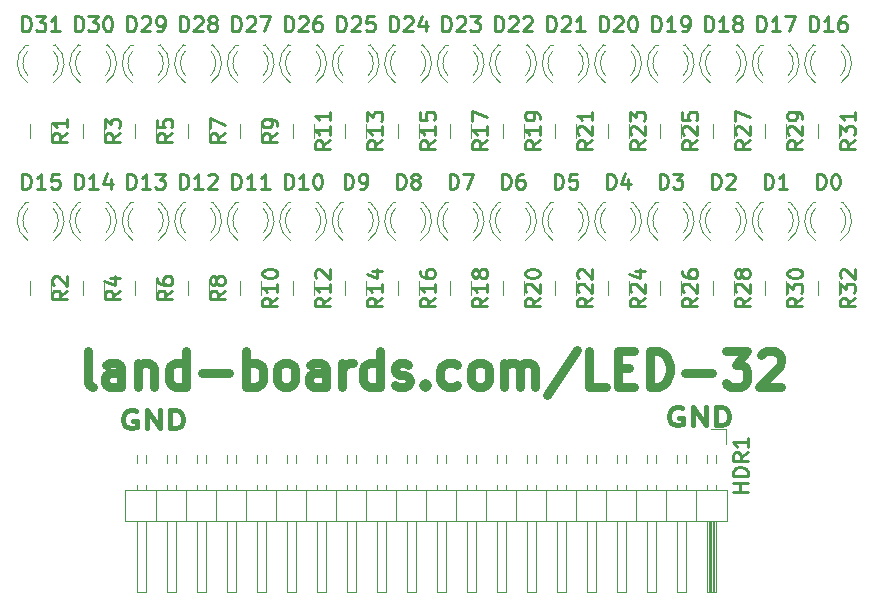
<source format=gbr>
G04 #@! TF.FileFunction,Legend,Top*
%FSLAX46Y46*%
G04 Gerber Fmt 4.6, Leading zero omitted, Abs format (unit mm)*
G04 Created by KiCad (PCBNEW (after 2015-mar-04 BZR unknown)-product) date 6/9/2017 3:43:27 PM*
%MOMM*%
G01*
G04 APERTURE LIST*
%ADD10C,0.150000*%
%ADD11C,0.381000*%
%ADD12C,0.750000*%
%ADD13C,0.120000*%
%ADD14C,0.254000*%
G04 APERTURE END LIST*
D10*
D11*
X79828572Y-73914000D02*
X79647143Y-73841429D01*
X79375000Y-73841429D01*
X79102857Y-73914000D01*
X78921429Y-74059143D01*
X78830714Y-74204286D01*
X78740000Y-74494571D01*
X78740000Y-74712286D01*
X78830714Y-75002571D01*
X78921429Y-75147714D01*
X79102857Y-75292857D01*
X79375000Y-75365429D01*
X79556429Y-75365429D01*
X79828572Y-75292857D01*
X79919286Y-75220286D01*
X79919286Y-74712286D01*
X79556429Y-74712286D01*
X80735714Y-75365429D02*
X80735714Y-73841429D01*
X81824286Y-75365429D01*
X81824286Y-73841429D01*
X82731428Y-75365429D02*
X82731428Y-73841429D01*
X83185000Y-73841429D01*
X83457143Y-73914000D01*
X83638571Y-74059143D01*
X83729286Y-74204286D01*
X83820000Y-74494571D01*
X83820000Y-74712286D01*
X83729286Y-75002571D01*
X83638571Y-75147714D01*
X83457143Y-75292857D01*
X83185000Y-75365429D01*
X82731428Y-75365429D01*
X126056572Y-73660000D02*
X125875143Y-73587429D01*
X125603000Y-73587429D01*
X125330857Y-73660000D01*
X125149429Y-73805143D01*
X125058714Y-73950286D01*
X124968000Y-74240571D01*
X124968000Y-74458286D01*
X125058714Y-74748571D01*
X125149429Y-74893714D01*
X125330857Y-75038857D01*
X125603000Y-75111429D01*
X125784429Y-75111429D01*
X126056572Y-75038857D01*
X126147286Y-74966286D01*
X126147286Y-74458286D01*
X125784429Y-74458286D01*
X126963714Y-75111429D02*
X126963714Y-73587429D01*
X128052286Y-75111429D01*
X128052286Y-73587429D01*
X128959428Y-75111429D02*
X128959428Y-73587429D01*
X129413000Y-73587429D01*
X129685143Y-73660000D01*
X129866571Y-73805143D01*
X129957286Y-73950286D01*
X130048000Y-74240571D01*
X130048000Y-74458286D01*
X129957286Y-74748571D01*
X129866571Y-74893714D01*
X129685143Y-75038857D01*
X129413000Y-75111429D01*
X128959428Y-75111429D01*
D12*
X76171856Y-71842143D02*
X75886142Y-71699286D01*
X75743285Y-71413571D01*
X75743285Y-68842143D01*
X78600428Y-71842143D02*
X78600428Y-70270714D01*
X78457571Y-69985000D01*
X78171857Y-69842143D01*
X77600428Y-69842143D01*
X77314714Y-69985000D01*
X78600428Y-71699286D02*
X78314714Y-71842143D01*
X77600428Y-71842143D01*
X77314714Y-71699286D01*
X77171857Y-71413571D01*
X77171857Y-71127857D01*
X77314714Y-70842143D01*
X77600428Y-70699286D01*
X78314714Y-70699286D01*
X78600428Y-70556429D01*
X80029000Y-69842143D02*
X80029000Y-71842143D01*
X80029000Y-70127857D02*
X80171857Y-69985000D01*
X80457571Y-69842143D01*
X80886143Y-69842143D01*
X81171857Y-69985000D01*
X81314714Y-70270714D01*
X81314714Y-71842143D01*
X84029000Y-71842143D02*
X84029000Y-68842143D01*
X84029000Y-71699286D02*
X83743286Y-71842143D01*
X83171857Y-71842143D01*
X82886143Y-71699286D01*
X82743286Y-71556429D01*
X82600429Y-71270714D01*
X82600429Y-70413571D01*
X82743286Y-70127857D01*
X82886143Y-69985000D01*
X83171857Y-69842143D01*
X83743286Y-69842143D01*
X84029000Y-69985000D01*
X85457572Y-70699286D02*
X87743286Y-70699286D01*
X89171858Y-71842143D02*
X89171858Y-68842143D01*
X89171858Y-69985000D02*
X89457572Y-69842143D01*
X90029001Y-69842143D01*
X90314715Y-69985000D01*
X90457572Y-70127857D01*
X90600429Y-70413571D01*
X90600429Y-71270714D01*
X90457572Y-71556429D01*
X90314715Y-71699286D01*
X90029001Y-71842143D01*
X89457572Y-71842143D01*
X89171858Y-71699286D01*
X92314715Y-71842143D02*
X92029001Y-71699286D01*
X91886144Y-71556429D01*
X91743287Y-71270714D01*
X91743287Y-70413571D01*
X91886144Y-70127857D01*
X92029001Y-69985000D01*
X92314715Y-69842143D01*
X92743287Y-69842143D01*
X93029001Y-69985000D01*
X93171858Y-70127857D01*
X93314715Y-70413571D01*
X93314715Y-71270714D01*
X93171858Y-71556429D01*
X93029001Y-71699286D01*
X92743287Y-71842143D01*
X92314715Y-71842143D01*
X95886144Y-71842143D02*
X95886144Y-70270714D01*
X95743287Y-69985000D01*
X95457573Y-69842143D01*
X94886144Y-69842143D01*
X94600430Y-69985000D01*
X95886144Y-71699286D02*
X95600430Y-71842143D01*
X94886144Y-71842143D01*
X94600430Y-71699286D01*
X94457573Y-71413571D01*
X94457573Y-71127857D01*
X94600430Y-70842143D01*
X94886144Y-70699286D01*
X95600430Y-70699286D01*
X95886144Y-70556429D01*
X97314716Y-71842143D02*
X97314716Y-69842143D01*
X97314716Y-70413571D02*
X97457573Y-70127857D01*
X97600430Y-69985000D01*
X97886144Y-69842143D01*
X98171859Y-69842143D01*
X100457573Y-71842143D02*
X100457573Y-68842143D01*
X100457573Y-71699286D02*
X100171859Y-71842143D01*
X99600430Y-71842143D01*
X99314716Y-71699286D01*
X99171859Y-71556429D01*
X99029002Y-71270714D01*
X99029002Y-70413571D01*
X99171859Y-70127857D01*
X99314716Y-69985000D01*
X99600430Y-69842143D01*
X100171859Y-69842143D01*
X100457573Y-69985000D01*
X101743288Y-71699286D02*
X102029002Y-71842143D01*
X102600430Y-71842143D01*
X102886145Y-71699286D01*
X103029002Y-71413571D01*
X103029002Y-71270714D01*
X102886145Y-70985000D01*
X102600430Y-70842143D01*
X102171859Y-70842143D01*
X101886145Y-70699286D01*
X101743288Y-70413571D01*
X101743288Y-70270714D01*
X101886145Y-69985000D01*
X102171859Y-69842143D01*
X102600430Y-69842143D01*
X102886145Y-69985000D01*
X104314716Y-71556429D02*
X104457573Y-71699286D01*
X104314716Y-71842143D01*
X104171859Y-71699286D01*
X104314716Y-71556429D01*
X104314716Y-71842143D01*
X107029001Y-71699286D02*
X106743287Y-71842143D01*
X106171858Y-71842143D01*
X105886144Y-71699286D01*
X105743287Y-71556429D01*
X105600430Y-71270714D01*
X105600430Y-70413571D01*
X105743287Y-70127857D01*
X105886144Y-69985000D01*
X106171858Y-69842143D01*
X106743287Y-69842143D01*
X107029001Y-69985000D01*
X108743287Y-71842143D02*
X108457573Y-71699286D01*
X108314716Y-71556429D01*
X108171859Y-71270714D01*
X108171859Y-70413571D01*
X108314716Y-70127857D01*
X108457573Y-69985000D01*
X108743287Y-69842143D01*
X109171859Y-69842143D01*
X109457573Y-69985000D01*
X109600430Y-70127857D01*
X109743287Y-70413571D01*
X109743287Y-71270714D01*
X109600430Y-71556429D01*
X109457573Y-71699286D01*
X109171859Y-71842143D01*
X108743287Y-71842143D01*
X111029002Y-71842143D02*
X111029002Y-69842143D01*
X111029002Y-70127857D02*
X111171859Y-69985000D01*
X111457573Y-69842143D01*
X111886145Y-69842143D01*
X112171859Y-69985000D01*
X112314716Y-70270714D01*
X112314716Y-71842143D01*
X112314716Y-70270714D02*
X112457573Y-69985000D01*
X112743287Y-69842143D01*
X113171859Y-69842143D01*
X113457573Y-69985000D01*
X113600430Y-70270714D01*
X113600430Y-71842143D01*
X117171859Y-68699286D02*
X114600430Y-72556429D01*
X119600430Y-71842143D02*
X118171859Y-71842143D01*
X118171859Y-68842143D01*
X120600430Y-70270714D02*
X121600430Y-70270714D01*
X122029001Y-71842143D02*
X120600430Y-71842143D01*
X120600430Y-68842143D01*
X122029001Y-68842143D01*
X123314716Y-71842143D02*
X123314716Y-68842143D01*
X124029001Y-68842143D01*
X124457573Y-68985000D01*
X124743287Y-69270714D01*
X124886144Y-69556429D01*
X125029001Y-70127857D01*
X125029001Y-70556429D01*
X124886144Y-71127857D01*
X124743287Y-71413571D01*
X124457573Y-71699286D01*
X124029001Y-71842143D01*
X123314716Y-71842143D01*
X126314716Y-70699286D02*
X128600430Y-70699286D01*
X129743287Y-68842143D02*
X131600430Y-68842143D01*
X130600430Y-69985000D01*
X131029002Y-69985000D01*
X131314716Y-70127857D01*
X131457573Y-70270714D01*
X131600430Y-70556429D01*
X131600430Y-71270714D01*
X131457573Y-71556429D01*
X131314716Y-71699286D01*
X131029002Y-71842143D01*
X130171859Y-71842143D01*
X129886145Y-71699286D01*
X129743287Y-71556429D01*
X132743288Y-69127857D02*
X132886145Y-68985000D01*
X133171859Y-68842143D01*
X133886145Y-68842143D01*
X134171859Y-68985000D01*
X134314716Y-69127857D01*
X134457573Y-69413571D01*
X134457573Y-69699286D01*
X134314716Y-70127857D01*
X132600430Y-71842143D01*
X134457573Y-71842143D01*
D13*
X108393608Y-46122335D02*
G75*
G03X108550516Y-42890000I-1078608J1672335D01*
G01*
X106236392Y-46122335D02*
G75*
G02X106079484Y-42890000I1078608J1672335D01*
G01*
X108394837Y-45491130D02*
G75*
G03X108395000Y-43409039I-1079837J1041130D01*
G01*
X106235163Y-45491130D02*
G75*
G02X106235000Y-43409039I1079837J1041130D01*
G01*
X108551000Y-42890000D02*
X108395000Y-42890000D01*
X106235000Y-42890000D02*
X106079000Y-42890000D01*
X108393608Y-59457335D02*
G75*
G03X108550516Y-56225000I-1078608J1672335D01*
G01*
X106236392Y-59457335D02*
G75*
G02X106079484Y-56225000I1078608J1672335D01*
G01*
X108394837Y-58826130D02*
G75*
G03X108395000Y-56744039I-1079837J1041130D01*
G01*
X106235163Y-58826130D02*
G75*
G02X106235000Y-56744039I1079837J1041130D01*
G01*
X108551000Y-56225000D02*
X108395000Y-56225000D01*
X106235000Y-56225000D02*
X106079000Y-56225000D01*
X112838608Y-46122335D02*
G75*
G03X112995516Y-42890000I-1078608J1672335D01*
G01*
X110681392Y-46122335D02*
G75*
G02X110524484Y-42890000I1078608J1672335D01*
G01*
X112839837Y-45491130D02*
G75*
G03X112840000Y-43409039I-1079837J1041130D01*
G01*
X110680163Y-45491130D02*
G75*
G02X110680000Y-43409039I1079837J1041130D01*
G01*
X112996000Y-42890000D02*
X112840000Y-42890000D01*
X110680000Y-42890000D02*
X110524000Y-42890000D01*
X112838608Y-59457335D02*
G75*
G03X112995516Y-56225000I-1078608J1672335D01*
G01*
X110681392Y-59457335D02*
G75*
G02X110524484Y-56225000I1078608J1672335D01*
G01*
X112839837Y-58826130D02*
G75*
G03X112840000Y-56744039I-1079837J1041130D01*
G01*
X110680163Y-58826130D02*
G75*
G02X110680000Y-56744039I1079837J1041130D01*
G01*
X112996000Y-56225000D02*
X112840000Y-56225000D01*
X110680000Y-56225000D02*
X110524000Y-56225000D01*
X117283608Y-46122335D02*
G75*
G03X117440516Y-42890000I-1078608J1672335D01*
G01*
X115126392Y-46122335D02*
G75*
G02X114969484Y-42890000I1078608J1672335D01*
G01*
X117284837Y-45491130D02*
G75*
G03X117285000Y-43409039I-1079837J1041130D01*
G01*
X115125163Y-45491130D02*
G75*
G02X115125000Y-43409039I1079837J1041130D01*
G01*
X117441000Y-42890000D02*
X117285000Y-42890000D01*
X115125000Y-42890000D02*
X114969000Y-42890000D01*
X117283608Y-59457335D02*
G75*
G03X117440516Y-56225000I-1078608J1672335D01*
G01*
X115126392Y-59457335D02*
G75*
G02X114969484Y-56225000I1078608J1672335D01*
G01*
X117284837Y-58826130D02*
G75*
G03X117285000Y-56744039I-1079837J1041130D01*
G01*
X115125163Y-58826130D02*
G75*
G02X115125000Y-56744039I1079837J1041130D01*
G01*
X117441000Y-56225000D02*
X117285000Y-56225000D01*
X115125000Y-56225000D02*
X114969000Y-56225000D01*
X121728608Y-46122335D02*
G75*
G03X121885516Y-42890000I-1078608J1672335D01*
G01*
X119571392Y-46122335D02*
G75*
G02X119414484Y-42890000I1078608J1672335D01*
G01*
X121729837Y-45491130D02*
G75*
G03X121730000Y-43409039I-1079837J1041130D01*
G01*
X119570163Y-45491130D02*
G75*
G02X119570000Y-43409039I1079837J1041130D01*
G01*
X121886000Y-42890000D02*
X121730000Y-42890000D01*
X119570000Y-42890000D02*
X119414000Y-42890000D01*
X121728608Y-59457335D02*
G75*
G03X121885516Y-56225000I-1078608J1672335D01*
G01*
X119571392Y-59457335D02*
G75*
G02X119414484Y-56225000I1078608J1672335D01*
G01*
X121729837Y-58826130D02*
G75*
G03X121730000Y-56744039I-1079837J1041130D01*
G01*
X119570163Y-58826130D02*
G75*
G02X119570000Y-56744039I1079837J1041130D01*
G01*
X121886000Y-56225000D02*
X121730000Y-56225000D01*
X119570000Y-56225000D02*
X119414000Y-56225000D01*
X126173608Y-46122335D02*
G75*
G03X126330516Y-42890000I-1078608J1672335D01*
G01*
X124016392Y-46122335D02*
G75*
G02X123859484Y-42890000I1078608J1672335D01*
G01*
X126174837Y-45491130D02*
G75*
G03X126175000Y-43409039I-1079837J1041130D01*
G01*
X124015163Y-45491130D02*
G75*
G02X124015000Y-43409039I1079837J1041130D01*
G01*
X126331000Y-42890000D02*
X126175000Y-42890000D01*
X124015000Y-42890000D02*
X123859000Y-42890000D01*
X126173608Y-59457335D02*
G75*
G03X126330516Y-56225000I-1078608J1672335D01*
G01*
X124016392Y-59457335D02*
G75*
G02X123859484Y-56225000I1078608J1672335D01*
G01*
X126174837Y-58826130D02*
G75*
G03X126175000Y-56744039I-1079837J1041130D01*
G01*
X124015163Y-58826130D02*
G75*
G02X124015000Y-56744039I1079837J1041130D01*
G01*
X126331000Y-56225000D02*
X126175000Y-56225000D01*
X124015000Y-56225000D02*
X123859000Y-56225000D01*
X130618608Y-46122335D02*
G75*
G03X130775516Y-42890000I-1078608J1672335D01*
G01*
X128461392Y-46122335D02*
G75*
G02X128304484Y-42890000I1078608J1672335D01*
G01*
X130619837Y-45491130D02*
G75*
G03X130620000Y-43409039I-1079837J1041130D01*
G01*
X128460163Y-45491130D02*
G75*
G02X128460000Y-43409039I1079837J1041130D01*
G01*
X130776000Y-42890000D02*
X130620000Y-42890000D01*
X128460000Y-42890000D02*
X128304000Y-42890000D01*
X130618608Y-59457335D02*
G75*
G03X130775516Y-56225000I-1078608J1672335D01*
G01*
X128461392Y-59457335D02*
G75*
G02X128304484Y-56225000I1078608J1672335D01*
G01*
X130619837Y-58826130D02*
G75*
G03X130620000Y-56744039I-1079837J1041130D01*
G01*
X128460163Y-58826130D02*
G75*
G02X128460000Y-56744039I1079837J1041130D01*
G01*
X130776000Y-56225000D02*
X130620000Y-56225000D01*
X128460000Y-56225000D02*
X128304000Y-56225000D01*
X135063608Y-46122335D02*
G75*
G03X135220516Y-42890000I-1078608J1672335D01*
G01*
X132906392Y-46122335D02*
G75*
G02X132749484Y-42890000I1078608J1672335D01*
G01*
X135064837Y-45491130D02*
G75*
G03X135065000Y-43409039I-1079837J1041130D01*
G01*
X132905163Y-45491130D02*
G75*
G02X132905000Y-43409039I1079837J1041130D01*
G01*
X135221000Y-42890000D02*
X135065000Y-42890000D01*
X132905000Y-42890000D02*
X132749000Y-42890000D01*
X135063608Y-59457335D02*
G75*
G03X135220516Y-56225000I-1078608J1672335D01*
G01*
X132906392Y-59457335D02*
G75*
G02X132749484Y-56225000I1078608J1672335D01*
G01*
X135064837Y-58826130D02*
G75*
G03X135065000Y-56744039I-1079837J1041130D01*
G01*
X132905163Y-58826130D02*
G75*
G02X132905000Y-56744039I1079837J1041130D01*
G01*
X135221000Y-56225000D02*
X135065000Y-56225000D01*
X132905000Y-56225000D02*
X132749000Y-56225000D01*
X139508608Y-46122335D02*
G75*
G03X139665516Y-42890000I-1078608J1672335D01*
G01*
X137351392Y-46122335D02*
G75*
G02X137194484Y-42890000I1078608J1672335D01*
G01*
X139509837Y-45491130D02*
G75*
G03X139510000Y-43409039I-1079837J1041130D01*
G01*
X137350163Y-45491130D02*
G75*
G02X137350000Y-43409039I1079837J1041130D01*
G01*
X139666000Y-42890000D02*
X139510000Y-42890000D01*
X137350000Y-42890000D02*
X137194000Y-42890000D01*
X139508608Y-59457335D02*
G75*
G03X139665516Y-56225000I-1078608J1672335D01*
G01*
X137351392Y-59457335D02*
G75*
G02X137194484Y-56225000I1078608J1672335D01*
G01*
X139509837Y-58826130D02*
G75*
G03X139510000Y-56744039I-1079837J1041130D01*
G01*
X137350163Y-58826130D02*
G75*
G02X137350000Y-56744039I1079837J1041130D01*
G01*
X139666000Y-56225000D02*
X139510000Y-56225000D01*
X137350000Y-56225000D02*
X137194000Y-56225000D01*
X70875000Y-50765000D02*
X70875000Y-49565000D01*
X72635000Y-49565000D02*
X72635000Y-50765000D01*
X70875000Y-64100000D02*
X70875000Y-62900000D01*
X72635000Y-62900000D02*
X72635000Y-64100000D01*
X75320000Y-50765000D02*
X75320000Y-49565000D01*
X77080000Y-49565000D02*
X77080000Y-50765000D01*
X75320000Y-64100000D02*
X75320000Y-62900000D01*
X77080000Y-62900000D02*
X77080000Y-64100000D01*
X79765000Y-50765000D02*
X79765000Y-49565000D01*
X81525000Y-49565000D02*
X81525000Y-50765000D01*
X79765000Y-64100000D02*
X79765000Y-62900000D01*
X81525000Y-62900000D02*
X81525000Y-64100000D01*
X84210000Y-50765000D02*
X84210000Y-49565000D01*
X85970000Y-49565000D02*
X85970000Y-50765000D01*
X84210000Y-64100000D02*
X84210000Y-62900000D01*
X85970000Y-62900000D02*
X85970000Y-64100000D01*
X88655000Y-50765000D02*
X88655000Y-49565000D01*
X90415000Y-49565000D02*
X90415000Y-50765000D01*
X88655000Y-64100000D02*
X88655000Y-62900000D01*
X90415000Y-62900000D02*
X90415000Y-64100000D01*
X93100000Y-50765000D02*
X93100000Y-49565000D01*
X94860000Y-49565000D02*
X94860000Y-50765000D01*
X93100000Y-64100000D02*
X93100000Y-62900000D01*
X94860000Y-62900000D02*
X94860000Y-64100000D01*
X97545000Y-50765000D02*
X97545000Y-49565000D01*
X99305000Y-49565000D02*
X99305000Y-50765000D01*
X97545000Y-64100000D02*
X97545000Y-62900000D01*
X99305000Y-62900000D02*
X99305000Y-64100000D01*
X101990000Y-50765000D02*
X101990000Y-49565000D01*
X103750000Y-49565000D02*
X103750000Y-50765000D01*
X101990000Y-64100000D02*
X101990000Y-62900000D01*
X103750000Y-62900000D02*
X103750000Y-64100000D01*
X106435000Y-50765000D02*
X106435000Y-49565000D01*
X108195000Y-49565000D02*
X108195000Y-50765000D01*
X106435000Y-64100000D02*
X106435000Y-62900000D01*
X108195000Y-62900000D02*
X108195000Y-64100000D01*
X110880000Y-50765000D02*
X110880000Y-49565000D01*
X112640000Y-49565000D02*
X112640000Y-50765000D01*
X110880000Y-64100000D02*
X110880000Y-62900000D01*
X112640000Y-62900000D02*
X112640000Y-64100000D01*
X115325000Y-50765000D02*
X115325000Y-49565000D01*
X117085000Y-49565000D02*
X117085000Y-50765000D01*
X115325000Y-64100000D02*
X115325000Y-62900000D01*
X117085000Y-62900000D02*
X117085000Y-64100000D01*
X119770000Y-50765000D02*
X119770000Y-49565000D01*
X121530000Y-49565000D02*
X121530000Y-50765000D01*
X119770000Y-64100000D02*
X119770000Y-62900000D01*
X121530000Y-62900000D02*
X121530000Y-64100000D01*
X124215000Y-50765000D02*
X124215000Y-49565000D01*
X125975000Y-49565000D02*
X125975000Y-50765000D01*
X124215000Y-64100000D02*
X124215000Y-62900000D01*
X125975000Y-62900000D02*
X125975000Y-64100000D01*
X128660000Y-50765000D02*
X128660000Y-49565000D01*
X130420000Y-49565000D02*
X130420000Y-50765000D01*
X128660000Y-64100000D02*
X128660000Y-62900000D01*
X130420000Y-62900000D02*
X130420000Y-64100000D01*
X133105000Y-50765000D02*
X133105000Y-49565000D01*
X134865000Y-49565000D02*
X134865000Y-50765000D01*
X133105000Y-64100000D02*
X133105000Y-62900000D01*
X134865000Y-62900000D02*
X134865000Y-64100000D01*
X137550000Y-50765000D02*
X137550000Y-49565000D01*
X139310000Y-49565000D02*
X139310000Y-50765000D01*
X137550000Y-64100000D02*
X137550000Y-62900000D01*
X139310000Y-62900000D02*
X139310000Y-64100000D01*
X72833608Y-46122335D02*
G75*
G03X72990516Y-42890000I-1078608J1672335D01*
G01*
X70676392Y-46122335D02*
G75*
G02X70519484Y-42890000I1078608J1672335D01*
G01*
X72834837Y-45491130D02*
G75*
G03X72835000Y-43409039I-1079837J1041130D01*
G01*
X70675163Y-45491130D02*
G75*
G02X70675000Y-43409039I1079837J1041130D01*
G01*
X72991000Y-42890000D02*
X72835000Y-42890000D01*
X70675000Y-42890000D02*
X70519000Y-42890000D01*
X72833608Y-59457335D02*
G75*
G03X72990516Y-56225000I-1078608J1672335D01*
G01*
X70676392Y-59457335D02*
G75*
G02X70519484Y-56225000I1078608J1672335D01*
G01*
X72834837Y-58826130D02*
G75*
G03X72835000Y-56744039I-1079837J1041130D01*
G01*
X70675163Y-58826130D02*
G75*
G02X70675000Y-56744039I1079837J1041130D01*
G01*
X72991000Y-56225000D02*
X72835000Y-56225000D01*
X70675000Y-56225000D02*
X70519000Y-56225000D01*
X77278608Y-46122335D02*
G75*
G03X77435516Y-42890000I-1078608J1672335D01*
G01*
X75121392Y-46122335D02*
G75*
G02X74964484Y-42890000I1078608J1672335D01*
G01*
X77279837Y-45491130D02*
G75*
G03X77280000Y-43409039I-1079837J1041130D01*
G01*
X75120163Y-45491130D02*
G75*
G02X75120000Y-43409039I1079837J1041130D01*
G01*
X77436000Y-42890000D02*
X77280000Y-42890000D01*
X75120000Y-42890000D02*
X74964000Y-42890000D01*
X77278608Y-59457335D02*
G75*
G03X77435516Y-56225000I-1078608J1672335D01*
G01*
X75121392Y-59457335D02*
G75*
G02X74964484Y-56225000I1078608J1672335D01*
G01*
X77279837Y-58826130D02*
G75*
G03X77280000Y-56744039I-1079837J1041130D01*
G01*
X75120163Y-58826130D02*
G75*
G02X75120000Y-56744039I1079837J1041130D01*
G01*
X77436000Y-56225000D02*
X77280000Y-56225000D01*
X75120000Y-56225000D02*
X74964000Y-56225000D01*
X81723608Y-46122335D02*
G75*
G03X81880516Y-42890000I-1078608J1672335D01*
G01*
X79566392Y-46122335D02*
G75*
G02X79409484Y-42890000I1078608J1672335D01*
G01*
X81724837Y-45491130D02*
G75*
G03X81725000Y-43409039I-1079837J1041130D01*
G01*
X79565163Y-45491130D02*
G75*
G02X79565000Y-43409039I1079837J1041130D01*
G01*
X81881000Y-42890000D02*
X81725000Y-42890000D01*
X79565000Y-42890000D02*
X79409000Y-42890000D01*
X81723608Y-59457335D02*
G75*
G03X81880516Y-56225000I-1078608J1672335D01*
G01*
X79566392Y-59457335D02*
G75*
G02X79409484Y-56225000I1078608J1672335D01*
G01*
X81724837Y-58826130D02*
G75*
G03X81725000Y-56744039I-1079837J1041130D01*
G01*
X79565163Y-58826130D02*
G75*
G02X79565000Y-56744039I1079837J1041130D01*
G01*
X81881000Y-56225000D02*
X81725000Y-56225000D01*
X79565000Y-56225000D02*
X79409000Y-56225000D01*
X86168608Y-46122335D02*
G75*
G03X86325516Y-42890000I-1078608J1672335D01*
G01*
X84011392Y-46122335D02*
G75*
G02X83854484Y-42890000I1078608J1672335D01*
G01*
X86169837Y-45491130D02*
G75*
G03X86170000Y-43409039I-1079837J1041130D01*
G01*
X84010163Y-45491130D02*
G75*
G02X84010000Y-43409039I1079837J1041130D01*
G01*
X86326000Y-42890000D02*
X86170000Y-42890000D01*
X84010000Y-42890000D02*
X83854000Y-42890000D01*
X86168608Y-59457335D02*
G75*
G03X86325516Y-56225000I-1078608J1672335D01*
G01*
X84011392Y-59457335D02*
G75*
G02X83854484Y-56225000I1078608J1672335D01*
G01*
X86169837Y-58826130D02*
G75*
G03X86170000Y-56744039I-1079837J1041130D01*
G01*
X84010163Y-58826130D02*
G75*
G02X84010000Y-56744039I1079837J1041130D01*
G01*
X86326000Y-56225000D02*
X86170000Y-56225000D01*
X84010000Y-56225000D02*
X83854000Y-56225000D01*
X90613608Y-46122335D02*
G75*
G03X90770516Y-42890000I-1078608J1672335D01*
G01*
X88456392Y-46122335D02*
G75*
G02X88299484Y-42890000I1078608J1672335D01*
G01*
X90614837Y-45491130D02*
G75*
G03X90615000Y-43409039I-1079837J1041130D01*
G01*
X88455163Y-45491130D02*
G75*
G02X88455000Y-43409039I1079837J1041130D01*
G01*
X90771000Y-42890000D02*
X90615000Y-42890000D01*
X88455000Y-42890000D02*
X88299000Y-42890000D01*
X90613608Y-59457335D02*
G75*
G03X90770516Y-56225000I-1078608J1672335D01*
G01*
X88456392Y-59457335D02*
G75*
G02X88299484Y-56225000I1078608J1672335D01*
G01*
X90614837Y-58826130D02*
G75*
G03X90615000Y-56744039I-1079837J1041130D01*
G01*
X88455163Y-58826130D02*
G75*
G02X88455000Y-56744039I1079837J1041130D01*
G01*
X90771000Y-56225000D02*
X90615000Y-56225000D01*
X88455000Y-56225000D02*
X88299000Y-56225000D01*
X95058608Y-46122335D02*
G75*
G03X95215516Y-42890000I-1078608J1672335D01*
G01*
X92901392Y-46122335D02*
G75*
G02X92744484Y-42890000I1078608J1672335D01*
G01*
X95059837Y-45491130D02*
G75*
G03X95060000Y-43409039I-1079837J1041130D01*
G01*
X92900163Y-45491130D02*
G75*
G02X92900000Y-43409039I1079837J1041130D01*
G01*
X95216000Y-42890000D02*
X95060000Y-42890000D01*
X92900000Y-42890000D02*
X92744000Y-42890000D01*
X95058608Y-59457335D02*
G75*
G03X95215516Y-56225000I-1078608J1672335D01*
G01*
X92901392Y-59457335D02*
G75*
G02X92744484Y-56225000I1078608J1672335D01*
G01*
X95059837Y-58826130D02*
G75*
G03X95060000Y-56744039I-1079837J1041130D01*
G01*
X92900163Y-58826130D02*
G75*
G02X92900000Y-56744039I1079837J1041130D01*
G01*
X95216000Y-56225000D02*
X95060000Y-56225000D01*
X92900000Y-56225000D02*
X92744000Y-56225000D01*
X99503608Y-46122335D02*
G75*
G03X99660516Y-42890000I-1078608J1672335D01*
G01*
X97346392Y-46122335D02*
G75*
G02X97189484Y-42890000I1078608J1672335D01*
G01*
X99504837Y-45491130D02*
G75*
G03X99505000Y-43409039I-1079837J1041130D01*
G01*
X97345163Y-45491130D02*
G75*
G02X97345000Y-43409039I1079837J1041130D01*
G01*
X99661000Y-42890000D02*
X99505000Y-42890000D01*
X97345000Y-42890000D02*
X97189000Y-42890000D01*
X99503608Y-59457335D02*
G75*
G03X99660516Y-56225000I-1078608J1672335D01*
G01*
X97346392Y-59457335D02*
G75*
G02X97189484Y-56225000I1078608J1672335D01*
G01*
X99504837Y-58826130D02*
G75*
G03X99505000Y-56744039I-1079837J1041130D01*
G01*
X97345163Y-58826130D02*
G75*
G02X97345000Y-56744039I1079837J1041130D01*
G01*
X99661000Y-56225000D02*
X99505000Y-56225000D01*
X97345000Y-56225000D02*
X97189000Y-56225000D01*
X103948608Y-46122335D02*
G75*
G03X104105516Y-42890000I-1078608J1672335D01*
G01*
X101791392Y-46122335D02*
G75*
G02X101634484Y-42890000I1078608J1672335D01*
G01*
X103949837Y-45491130D02*
G75*
G03X103950000Y-43409039I-1079837J1041130D01*
G01*
X101790163Y-45491130D02*
G75*
G02X101790000Y-43409039I1079837J1041130D01*
G01*
X104106000Y-42890000D02*
X103950000Y-42890000D01*
X101790000Y-42890000D02*
X101634000Y-42890000D01*
X103948608Y-59457335D02*
G75*
G03X104105516Y-56225000I-1078608J1672335D01*
G01*
X101791392Y-59457335D02*
G75*
G02X101634484Y-56225000I1078608J1672335D01*
G01*
X103949837Y-58826130D02*
G75*
G03X103950000Y-56744039I-1079837J1041130D01*
G01*
X101790163Y-58826130D02*
G75*
G02X101790000Y-56744039I1079837J1041130D01*
G01*
X104106000Y-56225000D02*
X103950000Y-56225000D01*
X101790000Y-56225000D02*
X101634000Y-56225000D01*
X129854000Y-80588000D02*
X127254000Y-80588000D01*
X127254000Y-80588000D02*
X127254000Y-83208000D01*
X127254000Y-83208000D02*
X129854000Y-83208000D01*
X129854000Y-83208000D02*
X129854000Y-80588000D01*
X128904000Y-83208000D02*
X128144000Y-83208000D01*
X128144000Y-83208000D02*
X128144000Y-89208000D01*
X128144000Y-89208000D02*
X128904000Y-89208000D01*
X128904000Y-89208000D02*
X128904000Y-83208000D01*
X128904000Y-80158000D02*
X128904000Y-80588000D01*
X128144000Y-80158000D02*
X128144000Y-80588000D01*
X128904000Y-77618000D02*
X128904000Y-78338000D01*
X128144000Y-77618000D02*
X128144000Y-78338000D01*
X128784000Y-83208000D02*
X128784000Y-89208000D01*
X128664000Y-83208000D02*
X128664000Y-89208000D01*
X128544000Y-83208000D02*
X128544000Y-89208000D01*
X128424000Y-83208000D02*
X128424000Y-89208000D01*
X128304000Y-83208000D02*
X128304000Y-89208000D01*
X128184000Y-83208000D02*
X128184000Y-89208000D01*
X127254000Y-80588000D02*
X124714000Y-80588000D01*
X124714000Y-80588000D02*
X124714000Y-83208000D01*
X124714000Y-83208000D02*
X127254000Y-83208000D01*
X127254000Y-83208000D02*
X127254000Y-80588000D01*
X126364000Y-83208000D02*
X125604000Y-83208000D01*
X125604000Y-83208000D02*
X125604000Y-89208000D01*
X125604000Y-89208000D02*
X126364000Y-89208000D01*
X126364000Y-89208000D02*
X126364000Y-83208000D01*
X126364000Y-80158000D02*
X126364000Y-80588000D01*
X125604000Y-80158000D02*
X125604000Y-80588000D01*
X126364000Y-77618000D02*
X126364000Y-78338000D01*
X125604000Y-77618000D02*
X125604000Y-78338000D01*
X124714000Y-80588000D02*
X122174000Y-80588000D01*
X122174000Y-80588000D02*
X122174000Y-83208000D01*
X122174000Y-83208000D02*
X124714000Y-83208000D01*
X124714000Y-83208000D02*
X124714000Y-80588000D01*
X123824000Y-83208000D02*
X123064000Y-83208000D01*
X123064000Y-83208000D02*
X123064000Y-89208000D01*
X123064000Y-89208000D02*
X123824000Y-89208000D01*
X123824000Y-89208000D02*
X123824000Y-83208000D01*
X123824000Y-80158000D02*
X123824000Y-80588000D01*
X123064000Y-80158000D02*
X123064000Y-80588000D01*
X123824000Y-77618000D02*
X123824000Y-78338000D01*
X123064000Y-77618000D02*
X123064000Y-78338000D01*
X122174000Y-80588000D02*
X119634000Y-80588000D01*
X119634000Y-80588000D02*
X119634000Y-83208000D01*
X119634000Y-83208000D02*
X122174000Y-83208000D01*
X122174000Y-83208000D02*
X122174000Y-80588000D01*
X121284000Y-83208000D02*
X120524000Y-83208000D01*
X120524000Y-83208000D02*
X120524000Y-89208000D01*
X120524000Y-89208000D02*
X121284000Y-89208000D01*
X121284000Y-89208000D02*
X121284000Y-83208000D01*
X121284000Y-80158000D02*
X121284000Y-80588000D01*
X120524000Y-80158000D02*
X120524000Y-80588000D01*
X121284000Y-77618000D02*
X121284000Y-78338000D01*
X120524000Y-77618000D02*
X120524000Y-78338000D01*
X119634000Y-80588000D02*
X117094000Y-80588000D01*
X117094000Y-80588000D02*
X117094000Y-83208000D01*
X117094000Y-83208000D02*
X119634000Y-83208000D01*
X119634000Y-83208000D02*
X119634000Y-80588000D01*
X118744000Y-83208000D02*
X117984000Y-83208000D01*
X117984000Y-83208000D02*
X117984000Y-89208000D01*
X117984000Y-89208000D02*
X118744000Y-89208000D01*
X118744000Y-89208000D02*
X118744000Y-83208000D01*
X118744000Y-80158000D02*
X118744000Y-80588000D01*
X117984000Y-80158000D02*
X117984000Y-80588000D01*
X118744000Y-77618000D02*
X118744000Y-78338000D01*
X117984000Y-77618000D02*
X117984000Y-78338000D01*
X117094000Y-80588000D02*
X114554000Y-80588000D01*
X114554000Y-80588000D02*
X114554000Y-83208000D01*
X114554000Y-83208000D02*
X117094000Y-83208000D01*
X117094000Y-83208000D02*
X117094000Y-80588000D01*
X116204000Y-83208000D02*
X115444000Y-83208000D01*
X115444000Y-83208000D02*
X115444000Y-89208000D01*
X115444000Y-89208000D02*
X116204000Y-89208000D01*
X116204000Y-89208000D02*
X116204000Y-83208000D01*
X116204000Y-80158000D02*
X116204000Y-80588000D01*
X115444000Y-80158000D02*
X115444000Y-80588000D01*
X116204000Y-77618000D02*
X116204000Y-78338000D01*
X115444000Y-77618000D02*
X115444000Y-78338000D01*
X114554000Y-80588000D02*
X112014000Y-80588000D01*
X112014000Y-80588000D02*
X112014000Y-83208000D01*
X112014000Y-83208000D02*
X114554000Y-83208000D01*
X114554000Y-83208000D02*
X114554000Y-80588000D01*
X113664000Y-83208000D02*
X112904000Y-83208000D01*
X112904000Y-83208000D02*
X112904000Y-89208000D01*
X112904000Y-89208000D02*
X113664000Y-89208000D01*
X113664000Y-89208000D02*
X113664000Y-83208000D01*
X113664000Y-80158000D02*
X113664000Y-80588000D01*
X112904000Y-80158000D02*
X112904000Y-80588000D01*
X113664000Y-77618000D02*
X113664000Y-78338000D01*
X112904000Y-77618000D02*
X112904000Y-78338000D01*
X112014000Y-80588000D02*
X109474000Y-80588000D01*
X109474000Y-80588000D02*
X109474000Y-83208000D01*
X109474000Y-83208000D02*
X112014000Y-83208000D01*
X112014000Y-83208000D02*
X112014000Y-80588000D01*
X111124000Y-83208000D02*
X110364000Y-83208000D01*
X110364000Y-83208000D02*
X110364000Y-89208000D01*
X110364000Y-89208000D02*
X111124000Y-89208000D01*
X111124000Y-89208000D02*
X111124000Y-83208000D01*
X111124000Y-80158000D02*
X111124000Y-80588000D01*
X110364000Y-80158000D02*
X110364000Y-80588000D01*
X111124000Y-77618000D02*
X111124000Y-78338000D01*
X110364000Y-77618000D02*
X110364000Y-78338000D01*
X109474000Y-80588000D02*
X106934000Y-80588000D01*
X106934000Y-80588000D02*
X106934000Y-83208000D01*
X106934000Y-83208000D02*
X109474000Y-83208000D01*
X109474000Y-83208000D02*
X109474000Y-80588000D01*
X108584000Y-83208000D02*
X107824000Y-83208000D01*
X107824000Y-83208000D02*
X107824000Y-89208000D01*
X107824000Y-89208000D02*
X108584000Y-89208000D01*
X108584000Y-89208000D02*
X108584000Y-83208000D01*
X108584000Y-80158000D02*
X108584000Y-80588000D01*
X107824000Y-80158000D02*
X107824000Y-80588000D01*
X108584000Y-77618000D02*
X108584000Y-78338000D01*
X107824000Y-77618000D02*
X107824000Y-78338000D01*
X106934000Y-80588000D02*
X104394000Y-80588000D01*
X104394000Y-80588000D02*
X104394000Y-83208000D01*
X104394000Y-83208000D02*
X106934000Y-83208000D01*
X106934000Y-83208000D02*
X106934000Y-80588000D01*
X106044000Y-83208000D02*
X105284000Y-83208000D01*
X105284000Y-83208000D02*
X105284000Y-89208000D01*
X105284000Y-89208000D02*
X106044000Y-89208000D01*
X106044000Y-89208000D02*
X106044000Y-83208000D01*
X106044000Y-80158000D02*
X106044000Y-80588000D01*
X105284000Y-80158000D02*
X105284000Y-80588000D01*
X106044000Y-77618000D02*
X106044000Y-78338000D01*
X105284000Y-77618000D02*
X105284000Y-78338000D01*
X104394000Y-80588000D02*
X101854000Y-80588000D01*
X101854000Y-80588000D02*
X101854000Y-83208000D01*
X101854000Y-83208000D02*
X104394000Y-83208000D01*
X104394000Y-83208000D02*
X104394000Y-80588000D01*
X103504000Y-83208000D02*
X102744000Y-83208000D01*
X102744000Y-83208000D02*
X102744000Y-89208000D01*
X102744000Y-89208000D02*
X103504000Y-89208000D01*
X103504000Y-89208000D02*
X103504000Y-83208000D01*
X103504000Y-80158000D02*
X103504000Y-80588000D01*
X102744000Y-80158000D02*
X102744000Y-80588000D01*
X103504000Y-77618000D02*
X103504000Y-78338000D01*
X102744000Y-77618000D02*
X102744000Y-78338000D01*
X101854000Y-80588000D02*
X99314000Y-80588000D01*
X99314000Y-80588000D02*
X99314000Y-83208000D01*
X99314000Y-83208000D02*
X101854000Y-83208000D01*
X101854000Y-83208000D02*
X101854000Y-80588000D01*
X100964000Y-83208000D02*
X100204000Y-83208000D01*
X100204000Y-83208000D02*
X100204000Y-89208000D01*
X100204000Y-89208000D02*
X100964000Y-89208000D01*
X100964000Y-89208000D02*
X100964000Y-83208000D01*
X100964000Y-80158000D02*
X100964000Y-80588000D01*
X100204000Y-80158000D02*
X100204000Y-80588000D01*
X100964000Y-77618000D02*
X100964000Y-78338000D01*
X100204000Y-77618000D02*
X100204000Y-78338000D01*
X99314000Y-80588000D02*
X96774000Y-80588000D01*
X96774000Y-80588000D02*
X96774000Y-83208000D01*
X96774000Y-83208000D02*
X99314000Y-83208000D01*
X99314000Y-83208000D02*
X99314000Y-80588000D01*
X98424000Y-83208000D02*
X97664000Y-83208000D01*
X97664000Y-83208000D02*
X97664000Y-89208000D01*
X97664000Y-89208000D02*
X98424000Y-89208000D01*
X98424000Y-89208000D02*
X98424000Y-83208000D01*
X98424000Y-80158000D02*
X98424000Y-80588000D01*
X97664000Y-80158000D02*
X97664000Y-80588000D01*
X98424000Y-77618000D02*
X98424000Y-78338000D01*
X97664000Y-77618000D02*
X97664000Y-78338000D01*
X96774000Y-80588000D02*
X94234000Y-80588000D01*
X94234000Y-80588000D02*
X94234000Y-83208000D01*
X94234000Y-83208000D02*
X96774000Y-83208000D01*
X96774000Y-83208000D02*
X96774000Y-80588000D01*
X95884000Y-83208000D02*
X95124000Y-83208000D01*
X95124000Y-83208000D02*
X95124000Y-89208000D01*
X95124000Y-89208000D02*
X95884000Y-89208000D01*
X95884000Y-89208000D02*
X95884000Y-83208000D01*
X95884000Y-80158000D02*
X95884000Y-80588000D01*
X95124000Y-80158000D02*
X95124000Y-80588000D01*
X95884000Y-77618000D02*
X95884000Y-78338000D01*
X95124000Y-77618000D02*
X95124000Y-78338000D01*
X94234000Y-80588000D02*
X91694000Y-80588000D01*
X91694000Y-80588000D02*
X91694000Y-83208000D01*
X91694000Y-83208000D02*
X94234000Y-83208000D01*
X94234000Y-83208000D02*
X94234000Y-80588000D01*
X93344000Y-83208000D02*
X92584000Y-83208000D01*
X92584000Y-83208000D02*
X92584000Y-89208000D01*
X92584000Y-89208000D02*
X93344000Y-89208000D01*
X93344000Y-89208000D02*
X93344000Y-83208000D01*
X93344000Y-80158000D02*
X93344000Y-80588000D01*
X92584000Y-80158000D02*
X92584000Y-80588000D01*
X93344000Y-77618000D02*
X93344000Y-78338000D01*
X92584000Y-77618000D02*
X92584000Y-78338000D01*
X91694000Y-80588000D02*
X89154000Y-80588000D01*
X89154000Y-80588000D02*
X89154000Y-83208000D01*
X89154000Y-83208000D02*
X91694000Y-83208000D01*
X91694000Y-83208000D02*
X91694000Y-80588000D01*
X90804000Y-83208000D02*
X90044000Y-83208000D01*
X90044000Y-83208000D02*
X90044000Y-89208000D01*
X90044000Y-89208000D02*
X90804000Y-89208000D01*
X90804000Y-89208000D02*
X90804000Y-83208000D01*
X90804000Y-80158000D02*
X90804000Y-80588000D01*
X90044000Y-80158000D02*
X90044000Y-80588000D01*
X90804000Y-77618000D02*
X90804000Y-78338000D01*
X90044000Y-77618000D02*
X90044000Y-78338000D01*
X89154000Y-80588000D02*
X86614000Y-80588000D01*
X86614000Y-80588000D02*
X86614000Y-83208000D01*
X86614000Y-83208000D02*
X89154000Y-83208000D01*
X89154000Y-83208000D02*
X89154000Y-80588000D01*
X88264000Y-83208000D02*
X87504000Y-83208000D01*
X87504000Y-83208000D02*
X87504000Y-89208000D01*
X87504000Y-89208000D02*
X88264000Y-89208000D01*
X88264000Y-89208000D02*
X88264000Y-83208000D01*
X88264000Y-80158000D02*
X88264000Y-80588000D01*
X87504000Y-80158000D02*
X87504000Y-80588000D01*
X88264000Y-77618000D02*
X88264000Y-78338000D01*
X87504000Y-77618000D02*
X87504000Y-78338000D01*
X86614000Y-80588000D02*
X84074000Y-80588000D01*
X84074000Y-80588000D02*
X84074000Y-83208000D01*
X84074000Y-83208000D02*
X86614000Y-83208000D01*
X86614000Y-83208000D02*
X86614000Y-80588000D01*
X85724000Y-83208000D02*
X84964000Y-83208000D01*
X84964000Y-83208000D02*
X84964000Y-89208000D01*
X84964000Y-89208000D02*
X85724000Y-89208000D01*
X85724000Y-89208000D02*
X85724000Y-83208000D01*
X85724000Y-80158000D02*
X85724000Y-80588000D01*
X84964000Y-80158000D02*
X84964000Y-80588000D01*
X85724000Y-77618000D02*
X85724000Y-78338000D01*
X84964000Y-77618000D02*
X84964000Y-78338000D01*
X84074000Y-80588000D02*
X81534000Y-80588000D01*
X81534000Y-80588000D02*
X81534000Y-83208000D01*
X81534000Y-83208000D02*
X84074000Y-83208000D01*
X84074000Y-83208000D02*
X84074000Y-80588000D01*
X83184000Y-83208000D02*
X82424000Y-83208000D01*
X82424000Y-83208000D02*
X82424000Y-89208000D01*
X82424000Y-89208000D02*
X83184000Y-89208000D01*
X83184000Y-89208000D02*
X83184000Y-83208000D01*
X83184000Y-80158000D02*
X83184000Y-80588000D01*
X82424000Y-80158000D02*
X82424000Y-80588000D01*
X83184000Y-77618000D02*
X83184000Y-78338000D01*
X82424000Y-77618000D02*
X82424000Y-78338000D01*
X81534000Y-80588000D02*
X78934000Y-80588000D01*
X78934000Y-80588000D02*
X78934000Y-83208000D01*
X78934000Y-83208000D02*
X81534000Y-83208000D01*
X81534000Y-83208000D02*
X81534000Y-80588000D01*
X80644000Y-83208000D02*
X79884000Y-83208000D01*
X79884000Y-83208000D02*
X79884000Y-89208000D01*
X79884000Y-89208000D02*
X80644000Y-89208000D01*
X80644000Y-89208000D02*
X80644000Y-83208000D01*
X80644000Y-80158000D02*
X80644000Y-80588000D01*
X79884000Y-80158000D02*
X79884000Y-80588000D01*
X80644000Y-77618000D02*
X80644000Y-78338000D01*
X79884000Y-77618000D02*
X79884000Y-78338000D01*
X128524000Y-75438000D02*
X129794000Y-75438000D01*
X129794000Y-75438000D02*
X129794000Y-76708000D01*
D14*
X105772857Y-41754524D02*
X105772857Y-40484524D01*
X106075238Y-40484524D01*
X106256666Y-40545000D01*
X106377619Y-40665952D01*
X106438095Y-40786905D01*
X106498571Y-41028810D01*
X106498571Y-41210238D01*
X106438095Y-41452143D01*
X106377619Y-41573095D01*
X106256666Y-41694048D01*
X106075238Y-41754524D01*
X105772857Y-41754524D01*
X106982381Y-40605476D02*
X107042857Y-40545000D01*
X107163809Y-40484524D01*
X107466190Y-40484524D01*
X107587143Y-40545000D01*
X107647619Y-40605476D01*
X107708095Y-40726429D01*
X107708095Y-40847381D01*
X107647619Y-41028810D01*
X106921905Y-41754524D01*
X107708095Y-41754524D01*
X108131429Y-40484524D02*
X108917619Y-40484524D01*
X108494286Y-40968333D01*
X108675714Y-40968333D01*
X108796667Y-41028810D01*
X108857143Y-41089286D01*
X108917619Y-41210238D01*
X108917619Y-41512619D01*
X108857143Y-41633571D01*
X108796667Y-41694048D01*
X108675714Y-41754524D01*
X108312857Y-41754524D01*
X108191905Y-41694048D01*
X108131429Y-41633571D01*
X106377619Y-55089524D02*
X106377619Y-53819524D01*
X106680000Y-53819524D01*
X106861428Y-53880000D01*
X106982381Y-54000952D01*
X107042857Y-54121905D01*
X107103333Y-54363810D01*
X107103333Y-54545238D01*
X107042857Y-54787143D01*
X106982381Y-54908095D01*
X106861428Y-55029048D01*
X106680000Y-55089524D01*
X106377619Y-55089524D01*
X107526667Y-53819524D02*
X108373333Y-53819524D01*
X107829048Y-55089524D01*
X110217857Y-41754524D02*
X110217857Y-40484524D01*
X110520238Y-40484524D01*
X110701666Y-40545000D01*
X110822619Y-40665952D01*
X110883095Y-40786905D01*
X110943571Y-41028810D01*
X110943571Y-41210238D01*
X110883095Y-41452143D01*
X110822619Y-41573095D01*
X110701666Y-41694048D01*
X110520238Y-41754524D01*
X110217857Y-41754524D01*
X111427381Y-40605476D02*
X111487857Y-40545000D01*
X111608809Y-40484524D01*
X111911190Y-40484524D01*
X112032143Y-40545000D01*
X112092619Y-40605476D01*
X112153095Y-40726429D01*
X112153095Y-40847381D01*
X112092619Y-41028810D01*
X111366905Y-41754524D01*
X112153095Y-41754524D01*
X112636905Y-40605476D02*
X112697381Y-40545000D01*
X112818333Y-40484524D01*
X113120714Y-40484524D01*
X113241667Y-40545000D01*
X113302143Y-40605476D01*
X113362619Y-40726429D01*
X113362619Y-40847381D01*
X113302143Y-41028810D01*
X112576429Y-41754524D01*
X113362619Y-41754524D01*
X110822619Y-55089524D02*
X110822619Y-53819524D01*
X111125000Y-53819524D01*
X111306428Y-53880000D01*
X111427381Y-54000952D01*
X111487857Y-54121905D01*
X111548333Y-54363810D01*
X111548333Y-54545238D01*
X111487857Y-54787143D01*
X111427381Y-54908095D01*
X111306428Y-55029048D01*
X111125000Y-55089524D01*
X110822619Y-55089524D01*
X112636905Y-53819524D02*
X112395000Y-53819524D01*
X112274048Y-53880000D01*
X112213571Y-53940476D01*
X112092619Y-54121905D01*
X112032143Y-54363810D01*
X112032143Y-54847619D01*
X112092619Y-54968571D01*
X112153095Y-55029048D01*
X112274048Y-55089524D01*
X112515952Y-55089524D01*
X112636905Y-55029048D01*
X112697381Y-54968571D01*
X112757857Y-54847619D01*
X112757857Y-54545238D01*
X112697381Y-54424286D01*
X112636905Y-54363810D01*
X112515952Y-54303333D01*
X112274048Y-54303333D01*
X112153095Y-54363810D01*
X112092619Y-54424286D01*
X112032143Y-54545238D01*
X114662857Y-41754524D02*
X114662857Y-40484524D01*
X114965238Y-40484524D01*
X115146666Y-40545000D01*
X115267619Y-40665952D01*
X115328095Y-40786905D01*
X115388571Y-41028810D01*
X115388571Y-41210238D01*
X115328095Y-41452143D01*
X115267619Y-41573095D01*
X115146666Y-41694048D01*
X114965238Y-41754524D01*
X114662857Y-41754524D01*
X115872381Y-40605476D02*
X115932857Y-40545000D01*
X116053809Y-40484524D01*
X116356190Y-40484524D01*
X116477143Y-40545000D01*
X116537619Y-40605476D01*
X116598095Y-40726429D01*
X116598095Y-40847381D01*
X116537619Y-41028810D01*
X115811905Y-41754524D01*
X116598095Y-41754524D01*
X117807619Y-41754524D02*
X117081905Y-41754524D01*
X117444762Y-41754524D02*
X117444762Y-40484524D01*
X117323810Y-40665952D01*
X117202857Y-40786905D01*
X117081905Y-40847381D01*
X115267619Y-55089524D02*
X115267619Y-53819524D01*
X115570000Y-53819524D01*
X115751428Y-53880000D01*
X115872381Y-54000952D01*
X115932857Y-54121905D01*
X115993333Y-54363810D01*
X115993333Y-54545238D01*
X115932857Y-54787143D01*
X115872381Y-54908095D01*
X115751428Y-55029048D01*
X115570000Y-55089524D01*
X115267619Y-55089524D01*
X117142381Y-53819524D02*
X116537619Y-53819524D01*
X116477143Y-54424286D01*
X116537619Y-54363810D01*
X116658571Y-54303333D01*
X116960952Y-54303333D01*
X117081905Y-54363810D01*
X117142381Y-54424286D01*
X117202857Y-54545238D01*
X117202857Y-54847619D01*
X117142381Y-54968571D01*
X117081905Y-55029048D01*
X116960952Y-55089524D01*
X116658571Y-55089524D01*
X116537619Y-55029048D01*
X116477143Y-54968571D01*
X119107857Y-41754524D02*
X119107857Y-40484524D01*
X119410238Y-40484524D01*
X119591666Y-40545000D01*
X119712619Y-40665952D01*
X119773095Y-40786905D01*
X119833571Y-41028810D01*
X119833571Y-41210238D01*
X119773095Y-41452143D01*
X119712619Y-41573095D01*
X119591666Y-41694048D01*
X119410238Y-41754524D01*
X119107857Y-41754524D01*
X120317381Y-40605476D02*
X120377857Y-40545000D01*
X120498809Y-40484524D01*
X120801190Y-40484524D01*
X120922143Y-40545000D01*
X120982619Y-40605476D01*
X121043095Y-40726429D01*
X121043095Y-40847381D01*
X120982619Y-41028810D01*
X120256905Y-41754524D01*
X121043095Y-41754524D01*
X121829286Y-40484524D02*
X121950238Y-40484524D01*
X122071190Y-40545000D01*
X122131667Y-40605476D01*
X122192143Y-40726429D01*
X122252619Y-40968333D01*
X122252619Y-41270714D01*
X122192143Y-41512619D01*
X122131667Y-41633571D01*
X122071190Y-41694048D01*
X121950238Y-41754524D01*
X121829286Y-41754524D01*
X121708333Y-41694048D01*
X121647857Y-41633571D01*
X121587381Y-41512619D01*
X121526905Y-41270714D01*
X121526905Y-40968333D01*
X121587381Y-40726429D01*
X121647857Y-40605476D01*
X121708333Y-40545000D01*
X121829286Y-40484524D01*
X119712619Y-55089524D02*
X119712619Y-53819524D01*
X120015000Y-53819524D01*
X120196428Y-53880000D01*
X120317381Y-54000952D01*
X120377857Y-54121905D01*
X120438333Y-54363810D01*
X120438333Y-54545238D01*
X120377857Y-54787143D01*
X120317381Y-54908095D01*
X120196428Y-55029048D01*
X120015000Y-55089524D01*
X119712619Y-55089524D01*
X121526905Y-54242857D02*
X121526905Y-55089524D01*
X121224524Y-53759048D02*
X120922143Y-54666190D01*
X121708333Y-54666190D01*
X123552857Y-41754524D02*
X123552857Y-40484524D01*
X123855238Y-40484524D01*
X124036666Y-40545000D01*
X124157619Y-40665952D01*
X124218095Y-40786905D01*
X124278571Y-41028810D01*
X124278571Y-41210238D01*
X124218095Y-41452143D01*
X124157619Y-41573095D01*
X124036666Y-41694048D01*
X123855238Y-41754524D01*
X123552857Y-41754524D01*
X125488095Y-41754524D02*
X124762381Y-41754524D01*
X125125238Y-41754524D02*
X125125238Y-40484524D01*
X125004286Y-40665952D01*
X124883333Y-40786905D01*
X124762381Y-40847381D01*
X126092857Y-41754524D02*
X126334762Y-41754524D01*
X126455714Y-41694048D01*
X126516190Y-41633571D01*
X126637143Y-41452143D01*
X126697619Y-41210238D01*
X126697619Y-40726429D01*
X126637143Y-40605476D01*
X126576667Y-40545000D01*
X126455714Y-40484524D01*
X126213810Y-40484524D01*
X126092857Y-40545000D01*
X126032381Y-40605476D01*
X125971905Y-40726429D01*
X125971905Y-41028810D01*
X126032381Y-41149762D01*
X126092857Y-41210238D01*
X126213810Y-41270714D01*
X126455714Y-41270714D01*
X126576667Y-41210238D01*
X126637143Y-41149762D01*
X126697619Y-41028810D01*
X124157619Y-55089524D02*
X124157619Y-53819524D01*
X124460000Y-53819524D01*
X124641428Y-53880000D01*
X124762381Y-54000952D01*
X124822857Y-54121905D01*
X124883333Y-54363810D01*
X124883333Y-54545238D01*
X124822857Y-54787143D01*
X124762381Y-54908095D01*
X124641428Y-55029048D01*
X124460000Y-55089524D01*
X124157619Y-55089524D01*
X125306667Y-53819524D02*
X126092857Y-53819524D01*
X125669524Y-54303333D01*
X125850952Y-54303333D01*
X125971905Y-54363810D01*
X126032381Y-54424286D01*
X126092857Y-54545238D01*
X126092857Y-54847619D01*
X126032381Y-54968571D01*
X125971905Y-55029048D01*
X125850952Y-55089524D01*
X125488095Y-55089524D01*
X125367143Y-55029048D01*
X125306667Y-54968571D01*
X127997857Y-41754524D02*
X127997857Y-40484524D01*
X128300238Y-40484524D01*
X128481666Y-40545000D01*
X128602619Y-40665952D01*
X128663095Y-40786905D01*
X128723571Y-41028810D01*
X128723571Y-41210238D01*
X128663095Y-41452143D01*
X128602619Y-41573095D01*
X128481666Y-41694048D01*
X128300238Y-41754524D01*
X127997857Y-41754524D01*
X129933095Y-41754524D02*
X129207381Y-41754524D01*
X129570238Y-41754524D02*
X129570238Y-40484524D01*
X129449286Y-40665952D01*
X129328333Y-40786905D01*
X129207381Y-40847381D01*
X130658810Y-41028810D02*
X130537857Y-40968333D01*
X130477381Y-40907857D01*
X130416905Y-40786905D01*
X130416905Y-40726429D01*
X130477381Y-40605476D01*
X130537857Y-40545000D01*
X130658810Y-40484524D01*
X130900714Y-40484524D01*
X131021667Y-40545000D01*
X131082143Y-40605476D01*
X131142619Y-40726429D01*
X131142619Y-40786905D01*
X131082143Y-40907857D01*
X131021667Y-40968333D01*
X130900714Y-41028810D01*
X130658810Y-41028810D01*
X130537857Y-41089286D01*
X130477381Y-41149762D01*
X130416905Y-41270714D01*
X130416905Y-41512619D01*
X130477381Y-41633571D01*
X130537857Y-41694048D01*
X130658810Y-41754524D01*
X130900714Y-41754524D01*
X131021667Y-41694048D01*
X131082143Y-41633571D01*
X131142619Y-41512619D01*
X131142619Y-41270714D01*
X131082143Y-41149762D01*
X131021667Y-41089286D01*
X130900714Y-41028810D01*
X128602619Y-55089524D02*
X128602619Y-53819524D01*
X128905000Y-53819524D01*
X129086428Y-53880000D01*
X129207381Y-54000952D01*
X129267857Y-54121905D01*
X129328333Y-54363810D01*
X129328333Y-54545238D01*
X129267857Y-54787143D01*
X129207381Y-54908095D01*
X129086428Y-55029048D01*
X128905000Y-55089524D01*
X128602619Y-55089524D01*
X129812143Y-53940476D02*
X129872619Y-53880000D01*
X129993571Y-53819524D01*
X130295952Y-53819524D01*
X130416905Y-53880000D01*
X130477381Y-53940476D01*
X130537857Y-54061429D01*
X130537857Y-54182381D01*
X130477381Y-54363810D01*
X129751667Y-55089524D01*
X130537857Y-55089524D01*
X132442857Y-41754524D02*
X132442857Y-40484524D01*
X132745238Y-40484524D01*
X132926666Y-40545000D01*
X133047619Y-40665952D01*
X133108095Y-40786905D01*
X133168571Y-41028810D01*
X133168571Y-41210238D01*
X133108095Y-41452143D01*
X133047619Y-41573095D01*
X132926666Y-41694048D01*
X132745238Y-41754524D01*
X132442857Y-41754524D01*
X134378095Y-41754524D02*
X133652381Y-41754524D01*
X134015238Y-41754524D02*
X134015238Y-40484524D01*
X133894286Y-40665952D01*
X133773333Y-40786905D01*
X133652381Y-40847381D01*
X134801429Y-40484524D02*
X135648095Y-40484524D01*
X135103810Y-41754524D01*
X133047619Y-55089524D02*
X133047619Y-53819524D01*
X133350000Y-53819524D01*
X133531428Y-53880000D01*
X133652381Y-54000952D01*
X133712857Y-54121905D01*
X133773333Y-54363810D01*
X133773333Y-54545238D01*
X133712857Y-54787143D01*
X133652381Y-54908095D01*
X133531428Y-55029048D01*
X133350000Y-55089524D01*
X133047619Y-55089524D01*
X134982857Y-55089524D02*
X134257143Y-55089524D01*
X134620000Y-55089524D02*
X134620000Y-53819524D01*
X134499048Y-54000952D01*
X134378095Y-54121905D01*
X134257143Y-54182381D01*
X136887857Y-41754524D02*
X136887857Y-40484524D01*
X137190238Y-40484524D01*
X137371666Y-40545000D01*
X137492619Y-40665952D01*
X137553095Y-40786905D01*
X137613571Y-41028810D01*
X137613571Y-41210238D01*
X137553095Y-41452143D01*
X137492619Y-41573095D01*
X137371666Y-41694048D01*
X137190238Y-41754524D01*
X136887857Y-41754524D01*
X138823095Y-41754524D02*
X138097381Y-41754524D01*
X138460238Y-41754524D02*
X138460238Y-40484524D01*
X138339286Y-40665952D01*
X138218333Y-40786905D01*
X138097381Y-40847381D01*
X139911667Y-40484524D02*
X139669762Y-40484524D01*
X139548810Y-40545000D01*
X139488333Y-40605476D01*
X139367381Y-40786905D01*
X139306905Y-41028810D01*
X139306905Y-41512619D01*
X139367381Y-41633571D01*
X139427857Y-41694048D01*
X139548810Y-41754524D01*
X139790714Y-41754524D01*
X139911667Y-41694048D01*
X139972143Y-41633571D01*
X140032619Y-41512619D01*
X140032619Y-41210238D01*
X139972143Y-41089286D01*
X139911667Y-41028810D01*
X139790714Y-40968333D01*
X139548810Y-40968333D01*
X139427857Y-41028810D01*
X139367381Y-41089286D01*
X139306905Y-41210238D01*
X137492619Y-55089524D02*
X137492619Y-53819524D01*
X137795000Y-53819524D01*
X137976428Y-53880000D01*
X138097381Y-54000952D01*
X138157857Y-54121905D01*
X138218333Y-54363810D01*
X138218333Y-54545238D01*
X138157857Y-54787143D01*
X138097381Y-54908095D01*
X137976428Y-55029048D01*
X137795000Y-55089524D01*
X137492619Y-55089524D01*
X139004524Y-53819524D02*
X139125476Y-53819524D01*
X139246428Y-53880000D01*
X139306905Y-53940476D01*
X139367381Y-54061429D01*
X139427857Y-54303333D01*
X139427857Y-54605714D01*
X139367381Y-54847619D01*
X139306905Y-54968571D01*
X139246428Y-55029048D01*
X139125476Y-55089524D01*
X139004524Y-55089524D01*
X138883571Y-55029048D01*
X138823095Y-54968571D01*
X138762619Y-54847619D01*
X138702143Y-54605714D01*
X138702143Y-54303333D01*
X138762619Y-54061429D01*
X138823095Y-53940476D01*
X138883571Y-53880000D01*
X139004524Y-53819524D01*
X74029524Y-50376667D02*
X73424762Y-50800000D01*
X74029524Y-51102381D02*
X72759524Y-51102381D01*
X72759524Y-50618572D01*
X72820000Y-50497619D01*
X72880476Y-50437143D01*
X73001429Y-50376667D01*
X73182857Y-50376667D01*
X73303810Y-50437143D01*
X73364286Y-50497619D01*
X73424762Y-50618572D01*
X73424762Y-51102381D01*
X74029524Y-49167143D02*
X74029524Y-49892857D01*
X74029524Y-49530000D02*
X72759524Y-49530000D01*
X72940952Y-49650952D01*
X73061905Y-49771905D01*
X73122381Y-49892857D01*
X74029524Y-63711667D02*
X73424762Y-64135000D01*
X74029524Y-64437381D02*
X72759524Y-64437381D01*
X72759524Y-63953572D01*
X72820000Y-63832619D01*
X72880476Y-63772143D01*
X73001429Y-63711667D01*
X73182857Y-63711667D01*
X73303810Y-63772143D01*
X73364286Y-63832619D01*
X73424762Y-63953572D01*
X73424762Y-64437381D01*
X72880476Y-63227857D02*
X72820000Y-63167381D01*
X72759524Y-63046429D01*
X72759524Y-62744048D01*
X72820000Y-62623095D01*
X72880476Y-62562619D01*
X73001429Y-62502143D01*
X73122381Y-62502143D01*
X73303810Y-62562619D01*
X74029524Y-63288333D01*
X74029524Y-62502143D01*
X78474524Y-50376667D02*
X77869762Y-50800000D01*
X78474524Y-51102381D02*
X77204524Y-51102381D01*
X77204524Y-50618572D01*
X77265000Y-50497619D01*
X77325476Y-50437143D01*
X77446429Y-50376667D01*
X77627857Y-50376667D01*
X77748810Y-50437143D01*
X77809286Y-50497619D01*
X77869762Y-50618572D01*
X77869762Y-51102381D01*
X77204524Y-49953333D02*
X77204524Y-49167143D01*
X77688333Y-49590476D01*
X77688333Y-49409048D01*
X77748810Y-49288095D01*
X77809286Y-49227619D01*
X77930238Y-49167143D01*
X78232619Y-49167143D01*
X78353571Y-49227619D01*
X78414048Y-49288095D01*
X78474524Y-49409048D01*
X78474524Y-49771905D01*
X78414048Y-49892857D01*
X78353571Y-49953333D01*
X78474524Y-63711667D02*
X77869762Y-64135000D01*
X78474524Y-64437381D02*
X77204524Y-64437381D01*
X77204524Y-63953572D01*
X77265000Y-63832619D01*
X77325476Y-63772143D01*
X77446429Y-63711667D01*
X77627857Y-63711667D01*
X77748810Y-63772143D01*
X77809286Y-63832619D01*
X77869762Y-63953572D01*
X77869762Y-64437381D01*
X77627857Y-62623095D02*
X78474524Y-62623095D01*
X77144048Y-62925476D02*
X78051190Y-63227857D01*
X78051190Y-62441667D01*
X82919524Y-50376667D02*
X82314762Y-50800000D01*
X82919524Y-51102381D02*
X81649524Y-51102381D01*
X81649524Y-50618572D01*
X81710000Y-50497619D01*
X81770476Y-50437143D01*
X81891429Y-50376667D01*
X82072857Y-50376667D01*
X82193810Y-50437143D01*
X82254286Y-50497619D01*
X82314762Y-50618572D01*
X82314762Y-51102381D01*
X81649524Y-49227619D02*
X81649524Y-49832381D01*
X82254286Y-49892857D01*
X82193810Y-49832381D01*
X82133333Y-49711429D01*
X82133333Y-49409048D01*
X82193810Y-49288095D01*
X82254286Y-49227619D01*
X82375238Y-49167143D01*
X82677619Y-49167143D01*
X82798571Y-49227619D01*
X82859048Y-49288095D01*
X82919524Y-49409048D01*
X82919524Y-49711429D01*
X82859048Y-49832381D01*
X82798571Y-49892857D01*
X82919524Y-63711667D02*
X82314762Y-64135000D01*
X82919524Y-64437381D02*
X81649524Y-64437381D01*
X81649524Y-63953572D01*
X81710000Y-63832619D01*
X81770476Y-63772143D01*
X81891429Y-63711667D01*
X82072857Y-63711667D01*
X82193810Y-63772143D01*
X82254286Y-63832619D01*
X82314762Y-63953572D01*
X82314762Y-64437381D01*
X81649524Y-62623095D02*
X81649524Y-62865000D01*
X81710000Y-62985952D01*
X81770476Y-63046429D01*
X81951905Y-63167381D01*
X82193810Y-63227857D01*
X82677619Y-63227857D01*
X82798571Y-63167381D01*
X82859048Y-63106905D01*
X82919524Y-62985952D01*
X82919524Y-62744048D01*
X82859048Y-62623095D01*
X82798571Y-62562619D01*
X82677619Y-62502143D01*
X82375238Y-62502143D01*
X82254286Y-62562619D01*
X82193810Y-62623095D01*
X82133333Y-62744048D01*
X82133333Y-62985952D01*
X82193810Y-63106905D01*
X82254286Y-63167381D01*
X82375238Y-63227857D01*
X87364524Y-50376667D02*
X86759762Y-50800000D01*
X87364524Y-51102381D02*
X86094524Y-51102381D01*
X86094524Y-50618572D01*
X86155000Y-50497619D01*
X86215476Y-50437143D01*
X86336429Y-50376667D01*
X86517857Y-50376667D01*
X86638810Y-50437143D01*
X86699286Y-50497619D01*
X86759762Y-50618572D01*
X86759762Y-51102381D01*
X86094524Y-49953333D02*
X86094524Y-49106667D01*
X87364524Y-49650952D01*
X87364524Y-63711667D02*
X86759762Y-64135000D01*
X87364524Y-64437381D02*
X86094524Y-64437381D01*
X86094524Y-63953572D01*
X86155000Y-63832619D01*
X86215476Y-63772143D01*
X86336429Y-63711667D01*
X86517857Y-63711667D01*
X86638810Y-63772143D01*
X86699286Y-63832619D01*
X86759762Y-63953572D01*
X86759762Y-64437381D01*
X86638810Y-62985952D02*
X86578333Y-63106905D01*
X86517857Y-63167381D01*
X86396905Y-63227857D01*
X86336429Y-63227857D01*
X86215476Y-63167381D01*
X86155000Y-63106905D01*
X86094524Y-62985952D01*
X86094524Y-62744048D01*
X86155000Y-62623095D01*
X86215476Y-62562619D01*
X86336429Y-62502143D01*
X86396905Y-62502143D01*
X86517857Y-62562619D01*
X86578333Y-62623095D01*
X86638810Y-62744048D01*
X86638810Y-62985952D01*
X86699286Y-63106905D01*
X86759762Y-63167381D01*
X86880714Y-63227857D01*
X87122619Y-63227857D01*
X87243571Y-63167381D01*
X87304048Y-63106905D01*
X87364524Y-62985952D01*
X87364524Y-62744048D01*
X87304048Y-62623095D01*
X87243571Y-62562619D01*
X87122619Y-62502143D01*
X86880714Y-62502143D01*
X86759762Y-62562619D01*
X86699286Y-62623095D01*
X86638810Y-62744048D01*
X91809524Y-50376667D02*
X91204762Y-50800000D01*
X91809524Y-51102381D02*
X90539524Y-51102381D01*
X90539524Y-50618572D01*
X90600000Y-50497619D01*
X90660476Y-50437143D01*
X90781429Y-50376667D01*
X90962857Y-50376667D01*
X91083810Y-50437143D01*
X91144286Y-50497619D01*
X91204762Y-50618572D01*
X91204762Y-51102381D01*
X91809524Y-49771905D02*
X91809524Y-49530000D01*
X91749048Y-49409048D01*
X91688571Y-49348572D01*
X91507143Y-49227619D01*
X91265238Y-49167143D01*
X90781429Y-49167143D01*
X90660476Y-49227619D01*
X90600000Y-49288095D01*
X90539524Y-49409048D01*
X90539524Y-49650952D01*
X90600000Y-49771905D01*
X90660476Y-49832381D01*
X90781429Y-49892857D01*
X91083810Y-49892857D01*
X91204762Y-49832381D01*
X91265238Y-49771905D01*
X91325714Y-49650952D01*
X91325714Y-49409048D01*
X91265238Y-49288095D01*
X91204762Y-49227619D01*
X91083810Y-49167143D01*
X91809524Y-64316429D02*
X91204762Y-64739762D01*
X91809524Y-65042143D02*
X90539524Y-65042143D01*
X90539524Y-64558334D01*
X90600000Y-64437381D01*
X90660476Y-64376905D01*
X90781429Y-64316429D01*
X90962857Y-64316429D01*
X91083810Y-64376905D01*
X91144286Y-64437381D01*
X91204762Y-64558334D01*
X91204762Y-65042143D01*
X91809524Y-63106905D02*
X91809524Y-63832619D01*
X91809524Y-63469762D02*
X90539524Y-63469762D01*
X90720952Y-63590714D01*
X90841905Y-63711667D01*
X90902381Y-63832619D01*
X90539524Y-62320714D02*
X90539524Y-62199762D01*
X90600000Y-62078810D01*
X90660476Y-62018333D01*
X90781429Y-61957857D01*
X91023333Y-61897381D01*
X91325714Y-61897381D01*
X91567619Y-61957857D01*
X91688571Y-62018333D01*
X91749048Y-62078810D01*
X91809524Y-62199762D01*
X91809524Y-62320714D01*
X91749048Y-62441667D01*
X91688571Y-62502143D01*
X91567619Y-62562619D01*
X91325714Y-62623095D01*
X91023333Y-62623095D01*
X90781429Y-62562619D01*
X90660476Y-62502143D01*
X90600000Y-62441667D01*
X90539524Y-62320714D01*
X96254524Y-50981429D02*
X95649762Y-51404762D01*
X96254524Y-51707143D02*
X94984524Y-51707143D01*
X94984524Y-51223334D01*
X95045000Y-51102381D01*
X95105476Y-51041905D01*
X95226429Y-50981429D01*
X95407857Y-50981429D01*
X95528810Y-51041905D01*
X95589286Y-51102381D01*
X95649762Y-51223334D01*
X95649762Y-51707143D01*
X96254524Y-49771905D02*
X96254524Y-50497619D01*
X96254524Y-50134762D02*
X94984524Y-50134762D01*
X95165952Y-50255714D01*
X95286905Y-50376667D01*
X95347381Y-50497619D01*
X96254524Y-48562381D02*
X96254524Y-49288095D01*
X96254524Y-48925238D02*
X94984524Y-48925238D01*
X95165952Y-49046190D01*
X95286905Y-49167143D01*
X95347381Y-49288095D01*
X96254524Y-64316429D02*
X95649762Y-64739762D01*
X96254524Y-65042143D02*
X94984524Y-65042143D01*
X94984524Y-64558334D01*
X95045000Y-64437381D01*
X95105476Y-64376905D01*
X95226429Y-64316429D01*
X95407857Y-64316429D01*
X95528810Y-64376905D01*
X95589286Y-64437381D01*
X95649762Y-64558334D01*
X95649762Y-65042143D01*
X96254524Y-63106905D02*
X96254524Y-63832619D01*
X96254524Y-63469762D02*
X94984524Y-63469762D01*
X95165952Y-63590714D01*
X95286905Y-63711667D01*
X95347381Y-63832619D01*
X95105476Y-62623095D02*
X95045000Y-62562619D01*
X94984524Y-62441667D01*
X94984524Y-62139286D01*
X95045000Y-62018333D01*
X95105476Y-61957857D01*
X95226429Y-61897381D01*
X95347381Y-61897381D01*
X95528810Y-61957857D01*
X96254524Y-62683571D01*
X96254524Y-61897381D01*
X100699524Y-50981429D02*
X100094762Y-51404762D01*
X100699524Y-51707143D02*
X99429524Y-51707143D01*
X99429524Y-51223334D01*
X99490000Y-51102381D01*
X99550476Y-51041905D01*
X99671429Y-50981429D01*
X99852857Y-50981429D01*
X99973810Y-51041905D01*
X100034286Y-51102381D01*
X100094762Y-51223334D01*
X100094762Y-51707143D01*
X100699524Y-49771905D02*
X100699524Y-50497619D01*
X100699524Y-50134762D02*
X99429524Y-50134762D01*
X99610952Y-50255714D01*
X99731905Y-50376667D01*
X99792381Y-50497619D01*
X99429524Y-49348571D02*
X99429524Y-48562381D01*
X99913333Y-48985714D01*
X99913333Y-48804286D01*
X99973810Y-48683333D01*
X100034286Y-48622857D01*
X100155238Y-48562381D01*
X100457619Y-48562381D01*
X100578571Y-48622857D01*
X100639048Y-48683333D01*
X100699524Y-48804286D01*
X100699524Y-49167143D01*
X100639048Y-49288095D01*
X100578571Y-49348571D01*
X100699524Y-64316429D02*
X100094762Y-64739762D01*
X100699524Y-65042143D02*
X99429524Y-65042143D01*
X99429524Y-64558334D01*
X99490000Y-64437381D01*
X99550476Y-64376905D01*
X99671429Y-64316429D01*
X99852857Y-64316429D01*
X99973810Y-64376905D01*
X100034286Y-64437381D01*
X100094762Y-64558334D01*
X100094762Y-65042143D01*
X100699524Y-63106905D02*
X100699524Y-63832619D01*
X100699524Y-63469762D02*
X99429524Y-63469762D01*
X99610952Y-63590714D01*
X99731905Y-63711667D01*
X99792381Y-63832619D01*
X99852857Y-62018333D02*
X100699524Y-62018333D01*
X99369048Y-62320714D02*
X100276190Y-62623095D01*
X100276190Y-61836905D01*
X105144524Y-50981429D02*
X104539762Y-51404762D01*
X105144524Y-51707143D02*
X103874524Y-51707143D01*
X103874524Y-51223334D01*
X103935000Y-51102381D01*
X103995476Y-51041905D01*
X104116429Y-50981429D01*
X104297857Y-50981429D01*
X104418810Y-51041905D01*
X104479286Y-51102381D01*
X104539762Y-51223334D01*
X104539762Y-51707143D01*
X105144524Y-49771905D02*
X105144524Y-50497619D01*
X105144524Y-50134762D02*
X103874524Y-50134762D01*
X104055952Y-50255714D01*
X104176905Y-50376667D01*
X104237381Y-50497619D01*
X103874524Y-48622857D02*
X103874524Y-49227619D01*
X104479286Y-49288095D01*
X104418810Y-49227619D01*
X104358333Y-49106667D01*
X104358333Y-48804286D01*
X104418810Y-48683333D01*
X104479286Y-48622857D01*
X104600238Y-48562381D01*
X104902619Y-48562381D01*
X105023571Y-48622857D01*
X105084048Y-48683333D01*
X105144524Y-48804286D01*
X105144524Y-49106667D01*
X105084048Y-49227619D01*
X105023571Y-49288095D01*
X105144524Y-64316429D02*
X104539762Y-64739762D01*
X105144524Y-65042143D02*
X103874524Y-65042143D01*
X103874524Y-64558334D01*
X103935000Y-64437381D01*
X103995476Y-64376905D01*
X104116429Y-64316429D01*
X104297857Y-64316429D01*
X104418810Y-64376905D01*
X104479286Y-64437381D01*
X104539762Y-64558334D01*
X104539762Y-65042143D01*
X105144524Y-63106905D02*
X105144524Y-63832619D01*
X105144524Y-63469762D02*
X103874524Y-63469762D01*
X104055952Y-63590714D01*
X104176905Y-63711667D01*
X104237381Y-63832619D01*
X103874524Y-62018333D02*
X103874524Y-62260238D01*
X103935000Y-62381190D01*
X103995476Y-62441667D01*
X104176905Y-62562619D01*
X104418810Y-62623095D01*
X104902619Y-62623095D01*
X105023571Y-62562619D01*
X105084048Y-62502143D01*
X105144524Y-62381190D01*
X105144524Y-62139286D01*
X105084048Y-62018333D01*
X105023571Y-61957857D01*
X104902619Y-61897381D01*
X104600238Y-61897381D01*
X104479286Y-61957857D01*
X104418810Y-62018333D01*
X104358333Y-62139286D01*
X104358333Y-62381190D01*
X104418810Y-62502143D01*
X104479286Y-62562619D01*
X104600238Y-62623095D01*
X109589524Y-50981429D02*
X108984762Y-51404762D01*
X109589524Y-51707143D02*
X108319524Y-51707143D01*
X108319524Y-51223334D01*
X108380000Y-51102381D01*
X108440476Y-51041905D01*
X108561429Y-50981429D01*
X108742857Y-50981429D01*
X108863810Y-51041905D01*
X108924286Y-51102381D01*
X108984762Y-51223334D01*
X108984762Y-51707143D01*
X109589524Y-49771905D02*
X109589524Y-50497619D01*
X109589524Y-50134762D02*
X108319524Y-50134762D01*
X108500952Y-50255714D01*
X108621905Y-50376667D01*
X108682381Y-50497619D01*
X108319524Y-49348571D02*
X108319524Y-48501905D01*
X109589524Y-49046190D01*
X109589524Y-64316429D02*
X108984762Y-64739762D01*
X109589524Y-65042143D02*
X108319524Y-65042143D01*
X108319524Y-64558334D01*
X108380000Y-64437381D01*
X108440476Y-64376905D01*
X108561429Y-64316429D01*
X108742857Y-64316429D01*
X108863810Y-64376905D01*
X108924286Y-64437381D01*
X108984762Y-64558334D01*
X108984762Y-65042143D01*
X109589524Y-63106905D02*
X109589524Y-63832619D01*
X109589524Y-63469762D02*
X108319524Y-63469762D01*
X108500952Y-63590714D01*
X108621905Y-63711667D01*
X108682381Y-63832619D01*
X108863810Y-62381190D02*
X108803333Y-62502143D01*
X108742857Y-62562619D01*
X108621905Y-62623095D01*
X108561429Y-62623095D01*
X108440476Y-62562619D01*
X108380000Y-62502143D01*
X108319524Y-62381190D01*
X108319524Y-62139286D01*
X108380000Y-62018333D01*
X108440476Y-61957857D01*
X108561429Y-61897381D01*
X108621905Y-61897381D01*
X108742857Y-61957857D01*
X108803333Y-62018333D01*
X108863810Y-62139286D01*
X108863810Y-62381190D01*
X108924286Y-62502143D01*
X108984762Y-62562619D01*
X109105714Y-62623095D01*
X109347619Y-62623095D01*
X109468571Y-62562619D01*
X109529048Y-62502143D01*
X109589524Y-62381190D01*
X109589524Y-62139286D01*
X109529048Y-62018333D01*
X109468571Y-61957857D01*
X109347619Y-61897381D01*
X109105714Y-61897381D01*
X108984762Y-61957857D01*
X108924286Y-62018333D01*
X108863810Y-62139286D01*
X114034524Y-50981429D02*
X113429762Y-51404762D01*
X114034524Y-51707143D02*
X112764524Y-51707143D01*
X112764524Y-51223334D01*
X112825000Y-51102381D01*
X112885476Y-51041905D01*
X113006429Y-50981429D01*
X113187857Y-50981429D01*
X113308810Y-51041905D01*
X113369286Y-51102381D01*
X113429762Y-51223334D01*
X113429762Y-51707143D01*
X114034524Y-49771905D02*
X114034524Y-50497619D01*
X114034524Y-50134762D02*
X112764524Y-50134762D01*
X112945952Y-50255714D01*
X113066905Y-50376667D01*
X113127381Y-50497619D01*
X114034524Y-49167143D02*
X114034524Y-48925238D01*
X113974048Y-48804286D01*
X113913571Y-48743810D01*
X113732143Y-48622857D01*
X113490238Y-48562381D01*
X113006429Y-48562381D01*
X112885476Y-48622857D01*
X112825000Y-48683333D01*
X112764524Y-48804286D01*
X112764524Y-49046190D01*
X112825000Y-49167143D01*
X112885476Y-49227619D01*
X113006429Y-49288095D01*
X113308810Y-49288095D01*
X113429762Y-49227619D01*
X113490238Y-49167143D01*
X113550714Y-49046190D01*
X113550714Y-48804286D01*
X113490238Y-48683333D01*
X113429762Y-48622857D01*
X113308810Y-48562381D01*
X114034524Y-64316429D02*
X113429762Y-64739762D01*
X114034524Y-65042143D02*
X112764524Y-65042143D01*
X112764524Y-64558334D01*
X112825000Y-64437381D01*
X112885476Y-64376905D01*
X113006429Y-64316429D01*
X113187857Y-64316429D01*
X113308810Y-64376905D01*
X113369286Y-64437381D01*
X113429762Y-64558334D01*
X113429762Y-65042143D01*
X112885476Y-63832619D02*
X112825000Y-63772143D01*
X112764524Y-63651191D01*
X112764524Y-63348810D01*
X112825000Y-63227857D01*
X112885476Y-63167381D01*
X113006429Y-63106905D01*
X113127381Y-63106905D01*
X113308810Y-63167381D01*
X114034524Y-63893095D01*
X114034524Y-63106905D01*
X112764524Y-62320714D02*
X112764524Y-62199762D01*
X112825000Y-62078810D01*
X112885476Y-62018333D01*
X113006429Y-61957857D01*
X113248333Y-61897381D01*
X113550714Y-61897381D01*
X113792619Y-61957857D01*
X113913571Y-62018333D01*
X113974048Y-62078810D01*
X114034524Y-62199762D01*
X114034524Y-62320714D01*
X113974048Y-62441667D01*
X113913571Y-62502143D01*
X113792619Y-62562619D01*
X113550714Y-62623095D01*
X113248333Y-62623095D01*
X113006429Y-62562619D01*
X112885476Y-62502143D01*
X112825000Y-62441667D01*
X112764524Y-62320714D01*
X118479524Y-50981429D02*
X117874762Y-51404762D01*
X118479524Y-51707143D02*
X117209524Y-51707143D01*
X117209524Y-51223334D01*
X117270000Y-51102381D01*
X117330476Y-51041905D01*
X117451429Y-50981429D01*
X117632857Y-50981429D01*
X117753810Y-51041905D01*
X117814286Y-51102381D01*
X117874762Y-51223334D01*
X117874762Y-51707143D01*
X117330476Y-50497619D02*
X117270000Y-50437143D01*
X117209524Y-50316191D01*
X117209524Y-50013810D01*
X117270000Y-49892857D01*
X117330476Y-49832381D01*
X117451429Y-49771905D01*
X117572381Y-49771905D01*
X117753810Y-49832381D01*
X118479524Y-50558095D01*
X118479524Y-49771905D01*
X118479524Y-48562381D02*
X118479524Y-49288095D01*
X118479524Y-48925238D02*
X117209524Y-48925238D01*
X117390952Y-49046190D01*
X117511905Y-49167143D01*
X117572381Y-49288095D01*
X118479524Y-64316429D02*
X117874762Y-64739762D01*
X118479524Y-65042143D02*
X117209524Y-65042143D01*
X117209524Y-64558334D01*
X117270000Y-64437381D01*
X117330476Y-64376905D01*
X117451429Y-64316429D01*
X117632857Y-64316429D01*
X117753810Y-64376905D01*
X117814286Y-64437381D01*
X117874762Y-64558334D01*
X117874762Y-65042143D01*
X117330476Y-63832619D02*
X117270000Y-63772143D01*
X117209524Y-63651191D01*
X117209524Y-63348810D01*
X117270000Y-63227857D01*
X117330476Y-63167381D01*
X117451429Y-63106905D01*
X117572381Y-63106905D01*
X117753810Y-63167381D01*
X118479524Y-63893095D01*
X118479524Y-63106905D01*
X117330476Y-62623095D02*
X117270000Y-62562619D01*
X117209524Y-62441667D01*
X117209524Y-62139286D01*
X117270000Y-62018333D01*
X117330476Y-61957857D01*
X117451429Y-61897381D01*
X117572381Y-61897381D01*
X117753810Y-61957857D01*
X118479524Y-62683571D01*
X118479524Y-61897381D01*
X122924524Y-50981429D02*
X122319762Y-51404762D01*
X122924524Y-51707143D02*
X121654524Y-51707143D01*
X121654524Y-51223334D01*
X121715000Y-51102381D01*
X121775476Y-51041905D01*
X121896429Y-50981429D01*
X122077857Y-50981429D01*
X122198810Y-51041905D01*
X122259286Y-51102381D01*
X122319762Y-51223334D01*
X122319762Y-51707143D01*
X121775476Y-50497619D02*
X121715000Y-50437143D01*
X121654524Y-50316191D01*
X121654524Y-50013810D01*
X121715000Y-49892857D01*
X121775476Y-49832381D01*
X121896429Y-49771905D01*
X122017381Y-49771905D01*
X122198810Y-49832381D01*
X122924524Y-50558095D01*
X122924524Y-49771905D01*
X121654524Y-49348571D02*
X121654524Y-48562381D01*
X122138333Y-48985714D01*
X122138333Y-48804286D01*
X122198810Y-48683333D01*
X122259286Y-48622857D01*
X122380238Y-48562381D01*
X122682619Y-48562381D01*
X122803571Y-48622857D01*
X122864048Y-48683333D01*
X122924524Y-48804286D01*
X122924524Y-49167143D01*
X122864048Y-49288095D01*
X122803571Y-49348571D01*
X122924524Y-64316429D02*
X122319762Y-64739762D01*
X122924524Y-65042143D02*
X121654524Y-65042143D01*
X121654524Y-64558334D01*
X121715000Y-64437381D01*
X121775476Y-64376905D01*
X121896429Y-64316429D01*
X122077857Y-64316429D01*
X122198810Y-64376905D01*
X122259286Y-64437381D01*
X122319762Y-64558334D01*
X122319762Y-65042143D01*
X121775476Y-63832619D02*
X121715000Y-63772143D01*
X121654524Y-63651191D01*
X121654524Y-63348810D01*
X121715000Y-63227857D01*
X121775476Y-63167381D01*
X121896429Y-63106905D01*
X122017381Y-63106905D01*
X122198810Y-63167381D01*
X122924524Y-63893095D01*
X122924524Y-63106905D01*
X122077857Y-62018333D02*
X122924524Y-62018333D01*
X121594048Y-62320714D02*
X122501190Y-62623095D01*
X122501190Y-61836905D01*
X127369524Y-50981429D02*
X126764762Y-51404762D01*
X127369524Y-51707143D02*
X126099524Y-51707143D01*
X126099524Y-51223334D01*
X126160000Y-51102381D01*
X126220476Y-51041905D01*
X126341429Y-50981429D01*
X126522857Y-50981429D01*
X126643810Y-51041905D01*
X126704286Y-51102381D01*
X126764762Y-51223334D01*
X126764762Y-51707143D01*
X126220476Y-50497619D02*
X126160000Y-50437143D01*
X126099524Y-50316191D01*
X126099524Y-50013810D01*
X126160000Y-49892857D01*
X126220476Y-49832381D01*
X126341429Y-49771905D01*
X126462381Y-49771905D01*
X126643810Y-49832381D01*
X127369524Y-50558095D01*
X127369524Y-49771905D01*
X126099524Y-48622857D02*
X126099524Y-49227619D01*
X126704286Y-49288095D01*
X126643810Y-49227619D01*
X126583333Y-49106667D01*
X126583333Y-48804286D01*
X126643810Y-48683333D01*
X126704286Y-48622857D01*
X126825238Y-48562381D01*
X127127619Y-48562381D01*
X127248571Y-48622857D01*
X127309048Y-48683333D01*
X127369524Y-48804286D01*
X127369524Y-49106667D01*
X127309048Y-49227619D01*
X127248571Y-49288095D01*
X127369524Y-64316429D02*
X126764762Y-64739762D01*
X127369524Y-65042143D02*
X126099524Y-65042143D01*
X126099524Y-64558334D01*
X126160000Y-64437381D01*
X126220476Y-64376905D01*
X126341429Y-64316429D01*
X126522857Y-64316429D01*
X126643810Y-64376905D01*
X126704286Y-64437381D01*
X126764762Y-64558334D01*
X126764762Y-65042143D01*
X126220476Y-63832619D02*
X126160000Y-63772143D01*
X126099524Y-63651191D01*
X126099524Y-63348810D01*
X126160000Y-63227857D01*
X126220476Y-63167381D01*
X126341429Y-63106905D01*
X126462381Y-63106905D01*
X126643810Y-63167381D01*
X127369524Y-63893095D01*
X127369524Y-63106905D01*
X126099524Y-62018333D02*
X126099524Y-62260238D01*
X126160000Y-62381190D01*
X126220476Y-62441667D01*
X126401905Y-62562619D01*
X126643810Y-62623095D01*
X127127619Y-62623095D01*
X127248571Y-62562619D01*
X127309048Y-62502143D01*
X127369524Y-62381190D01*
X127369524Y-62139286D01*
X127309048Y-62018333D01*
X127248571Y-61957857D01*
X127127619Y-61897381D01*
X126825238Y-61897381D01*
X126704286Y-61957857D01*
X126643810Y-62018333D01*
X126583333Y-62139286D01*
X126583333Y-62381190D01*
X126643810Y-62502143D01*
X126704286Y-62562619D01*
X126825238Y-62623095D01*
X131814524Y-50981429D02*
X131209762Y-51404762D01*
X131814524Y-51707143D02*
X130544524Y-51707143D01*
X130544524Y-51223334D01*
X130605000Y-51102381D01*
X130665476Y-51041905D01*
X130786429Y-50981429D01*
X130967857Y-50981429D01*
X131088810Y-51041905D01*
X131149286Y-51102381D01*
X131209762Y-51223334D01*
X131209762Y-51707143D01*
X130665476Y-50497619D02*
X130605000Y-50437143D01*
X130544524Y-50316191D01*
X130544524Y-50013810D01*
X130605000Y-49892857D01*
X130665476Y-49832381D01*
X130786429Y-49771905D01*
X130907381Y-49771905D01*
X131088810Y-49832381D01*
X131814524Y-50558095D01*
X131814524Y-49771905D01*
X130544524Y-49348571D02*
X130544524Y-48501905D01*
X131814524Y-49046190D01*
X131814524Y-64316429D02*
X131209762Y-64739762D01*
X131814524Y-65042143D02*
X130544524Y-65042143D01*
X130544524Y-64558334D01*
X130605000Y-64437381D01*
X130665476Y-64376905D01*
X130786429Y-64316429D01*
X130967857Y-64316429D01*
X131088810Y-64376905D01*
X131149286Y-64437381D01*
X131209762Y-64558334D01*
X131209762Y-65042143D01*
X130665476Y-63832619D02*
X130605000Y-63772143D01*
X130544524Y-63651191D01*
X130544524Y-63348810D01*
X130605000Y-63227857D01*
X130665476Y-63167381D01*
X130786429Y-63106905D01*
X130907381Y-63106905D01*
X131088810Y-63167381D01*
X131814524Y-63893095D01*
X131814524Y-63106905D01*
X131088810Y-62381190D02*
X131028333Y-62502143D01*
X130967857Y-62562619D01*
X130846905Y-62623095D01*
X130786429Y-62623095D01*
X130665476Y-62562619D01*
X130605000Y-62502143D01*
X130544524Y-62381190D01*
X130544524Y-62139286D01*
X130605000Y-62018333D01*
X130665476Y-61957857D01*
X130786429Y-61897381D01*
X130846905Y-61897381D01*
X130967857Y-61957857D01*
X131028333Y-62018333D01*
X131088810Y-62139286D01*
X131088810Y-62381190D01*
X131149286Y-62502143D01*
X131209762Y-62562619D01*
X131330714Y-62623095D01*
X131572619Y-62623095D01*
X131693571Y-62562619D01*
X131754048Y-62502143D01*
X131814524Y-62381190D01*
X131814524Y-62139286D01*
X131754048Y-62018333D01*
X131693571Y-61957857D01*
X131572619Y-61897381D01*
X131330714Y-61897381D01*
X131209762Y-61957857D01*
X131149286Y-62018333D01*
X131088810Y-62139286D01*
X136259524Y-50981429D02*
X135654762Y-51404762D01*
X136259524Y-51707143D02*
X134989524Y-51707143D01*
X134989524Y-51223334D01*
X135050000Y-51102381D01*
X135110476Y-51041905D01*
X135231429Y-50981429D01*
X135412857Y-50981429D01*
X135533810Y-51041905D01*
X135594286Y-51102381D01*
X135654762Y-51223334D01*
X135654762Y-51707143D01*
X135110476Y-50497619D02*
X135050000Y-50437143D01*
X134989524Y-50316191D01*
X134989524Y-50013810D01*
X135050000Y-49892857D01*
X135110476Y-49832381D01*
X135231429Y-49771905D01*
X135352381Y-49771905D01*
X135533810Y-49832381D01*
X136259524Y-50558095D01*
X136259524Y-49771905D01*
X136259524Y-49167143D02*
X136259524Y-48925238D01*
X136199048Y-48804286D01*
X136138571Y-48743810D01*
X135957143Y-48622857D01*
X135715238Y-48562381D01*
X135231429Y-48562381D01*
X135110476Y-48622857D01*
X135050000Y-48683333D01*
X134989524Y-48804286D01*
X134989524Y-49046190D01*
X135050000Y-49167143D01*
X135110476Y-49227619D01*
X135231429Y-49288095D01*
X135533810Y-49288095D01*
X135654762Y-49227619D01*
X135715238Y-49167143D01*
X135775714Y-49046190D01*
X135775714Y-48804286D01*
X135715238Y-48683333D01*
X135654762Y-48622857D01*
X135533810Y-48562381D01*
X136259524Y-64316429D02*
X135654762Y-64739762D01*
X136259524Y-65042143D02*
X134989524Y-65042143D01*
X134989524Y-64558334D01*
X135050000Y-64437381D01*
X135110476Y-64376905D01*
X135231429Y-64316429D01*
X135412857Y-64316429D01*
X135533810Y-64376905D01*
X135594286Y-64437381D01*
X135654762Y-64558334D01*
X135654762Y-65042143D01*
X134989524Y-63893095D02*
X134989524Y-63106905D01*
X135473333Y-63530238D01*
X135473333Y-63348810D01*
X135533810Y-63227857D01*
X135594286Y-63167381D01*
X135715238Y-63106905D01*
X136017619Y-63106905D01*
X136138571Y-63167381D01*
X136199048Y-63227857D01*
X136259524Y-63348810D01*
X136259524Y-63711667D01*
X136199048Y-63832619D01*
X136138571Y-63893095D01*
X134989524Y-62320714D02*
X134989524Y-62199762D01*
X135050000Y-62078810D01*
X135110476Y-62018333D01*
X135231429Y-61957857D01*
X135473333Y-61897381D01*
X135775714Y-61897381D01*
X136017619Y-61957857D01*
X136138571Y-62018333D01*
X136199048Y-62078810D01*
X136259524Y-62199762D01*
X136259524Y-62320714D01*
X136199048Y-62441667D01*
X136138571Y-62502143D01*
X136017619Y-62562619D01*
X135775714Y-62623095D01*
X135473333Y-62623095D01*
X135231429Y-62562619D01*
X135110476Y-62502143D01*
X135050000Y-62441667D01*
X134989524Y-62320714D01*
X140704524Y-50981429D02*
X140099762Y-51404762D01*
X140704524Y-51707143D02*
X139434524Y-51707143D01*
X139434524Y-51223334D01*
X139495000Y-51102381D01*
X139555476Y-51041905D01*
X139676429Y-50981429D01*
X139857857Y-50981429D01*
X139978810Y-51041905D01*
X140039286Y-51102381D01*
X140099762Y-51223334D01*
X140099762Y-51707143D01*
X139434524Y-50558095D02*
X139434524Y-49771905D01*
X139918333Y-50195238D01*
X139918333Y-50013810D01*
X139978810Y-49892857D01*
X140039286Y-49832381D01*
X140160238Y-49771905D01*
X140462619Y-49771905D01*
X140583571Y-49832381D01*
X140644048Y-49892857D01*
X140704524Y-50013810D01*
X140704524Y-50376667D01*
X140644048Y-50497619D01*
X140583571Y-50558095D01*
X140704524Y-48562381D02*
X140704524Y-49288095D01*
X140704524Y-48925238D02*
X139434524Y-48925238D01*
X139615952Y-49046190D01*
X139736905Y-49167143D01*
X139797381Y-49288095D01*
X140704524Y-64316429D02*
X140099762Y-64739762D01*
X140704524Y-65042143D02*
X139434524Y-65042143D01*
X139434524Y-64558334D01*
X139495000Y-64437381D01*
X139555476Y-64376905D01*
X139676429Y-64316429D01*
X139857857Y-64316429D01*
X139978810Y-64376905D01*
X140039286Y-64437381D01*
X140099762Y-64558334D01*
X140099762Y-65042143D01*
X139434524Y-63893095D02*
X139434524Y-63106905D01*
X139918333Y-63530238D01*
X139918333Y-63348810D01*
X139978810Y-63227857D01*
X140039286Y-63167381D01*
X140160238Y-63106905D01*
X140462619Y-63106905D01*
X140583571Y-63167381D01*
X140644048Y-63227857D01*
X140704524Y-63348810D01*
X140704524Y-63711667D01*
X140644048Y-63832619D01*
X140583571Y-63893095D01*
X139555476Y-62623095D02*
X139495000Y-62562619D01*
X139434524Y-62441667D01*
X139434524Y-62139286D01*
X139495000Y-62018333D01*
X139555476Y-61957857D01*
X139676429Y-61897381D01*
X139797381Y-61897381D01*
X139978810Y-61957857D01*
X140704524Y-62683571D01*
X140704524Y-61897381D01*
X70212857Y-41754524D02*
X70212857Y-40484524D01*
X70515238Y-40484524D01*
X70696666Y-40545000D01*
X70817619Y-40665952D01*
X70878095Y-40786905D01*
X70938571Y-41028810D01*
X70938571Y-41210238D01*
X70878095Y-41452143D01*
X70817619Y-41573095D01*
X70696666Y-41694048D01*
X70515238Y-41754524D01*
X70212857Y-41754524D01*
X71361905Y-40484524D02*
X72148095Y-40484524D01*
X71724762Y-40968333D01*
X71906190Y-40968333D01*
X72027143Y-41028810D01*
X72087619Y-41089286D01*
X72148095Y-41210238D01*
X72148095Y-41512619D01*
X72087619Y-41633571D01*
X72027143Y-41694048D01*
X71906190Y-41754524D01*
X71543333Y-41754524D01*
X71422381Y-41694048D01*
X71361905Y-41633571D01*
X73357619Y-41754524D02*
X72631905Y-41754524D01*
X72994762Y-41754524D02*
X72994762Y-40484524D01*
X72873810Y-40665952D01*
X72752857Y-40786905D01*
X72631905Y-40847381D01*
X70212857Y-55089524D02*
X70212857Y-53819524D01*
X70515238Y-53819524D01*
X70696666Y-53880000D01*
X70817619Y-54000952D01*
X70878095Y-54121905D01*
X70938571Y-54363810D01*
X70938571Y-54545238D01*
X70878095Y-54787143D01*
X70817619Y-54908095D01*
X70696666Y-55029048D01*
X70515238Y-55089524D01*
X70212857Y-55089524D01*
X72148095Y-55089524D02*
X71422381Y-55089524D01*
X71785238Y-55089524D02*
X71785238Y-53819524D01*
X71664286Y-54000952D01*
X71543333Y-54121905D01*
X71422381Y-54182381D01*
X73297143Y-53819524D02*
X72692381Y-53819524D01*
X72631905Y-54424286D01*
X72692381Y-54363810D01*
X72813333Y-54303333D01*
X73115714Y-54303333D01*
X73236667Y-54363810D01*
X73297143Y-54424286D01*
X73357619Y-54545238D01*
X73357619Y-54847619D01*
X73297143Y-54968571D01*
X73236667Y-55029048D01*
X73115714Y-55089524D01*
X72813333Y-55089524D01*
X72692381Y-55029048D01*
X72631905Y-54968571D01*
X74657857Y-41754524D02*
X74657857Y-40484524D01*
X74960238Y-40484524D01*
X75141666Y-40545000D01*
X75262619Y-40665952D01*
X75323095Y-40786905D01*
X75383571Y-41028810D01*
X75383571Y-41210238D01*
X75323095Y-41452143D01*
X75262619Y-41573095D01*
X75141666Y-41694048D01*
X74960238Y-41754524D01*
X74657857Y-41754524D01*
X75806905Y-40484524D02*
X76593095Y-40484524D01*
X76169762Y-40968333D01*
X76351190Y-40968333D01*
X76472143Y-41028810D01*
X76532619Y-41089286D01*
X76593095Y-41210238D01*
X76593095Y-41512619D01*
X76532619Y-41633571D01*
X76472143Y-41694048D01*
X76351190Y-41754524D01*
X75988333Y-41754524D01*
X75867381Y-41694048D01*
X75806905Y-41633571D01*
X77379286Y-40484524D02*
X77500238Y-40484524D01*
X77621190Y-40545000D01*
X77681667Y-40605476D01*
X77742143Y-40726429D01*
X77802619Y-40968333D01*
X77802619Y-41270714D01*
X77742143Y-41512619D01*
X77681667Y-41633571D01*
X77621190Y-41694048D01*
X77500238Y-41754524D01*
X77379286Y-41754524D01*
X77258333Y-41694048D01*
X77197857Y-41633571D01*
X77137381Y-41512619D01*
X77076905Y-41270714D01*
X77076905Y-40968333D01*
X77137381Y-40726429D01*
X77197857Y-40605476D01*
X77258333Y-40545000D01*
X77379286Y-40484524D01*
X74657857Y-55089524D02*
X74657857Y-53819524D01*
X74960238Y-53819524D01*
X75141666Y-53880000D01*
X75262619Y-54000952D01*
X75323095Y-54121905D01*
X75383571Y-54363810D01*
X75383571Y-54545238D01*
X75323095Y-54787143D01*
X75262619Y-54908095D01*
X75141666Y-55029048D01*
X74960238Y-55089524D01*
X74657857Y-55089524D01*
X76593095Y-55089524D02*
X75867381Y-55089524D01*
X76230238Y-55089524D02*
X76230238Y-53819524D01*
X76109286Y-54000952D01*
X75988333Y-54121905D01*
X75867381Y-54182381D01*
X77681667Y-54242857D02*
X77681667Y-55089524D01*
X77379286Y-53759048D02*
X77076905Y-54666190D01*
X77863095Y-54666190D01*
X79102857Y-41754524D02*
X79102857Y-40484524D01*
X79405238Y-40484524D01*
X79586666Y-40545000D01*
X79707619Y-40665952D01*
X79768095Y-40786905D01*
X79828571Y-41028810D01*
X79828571Y-41210238D01*
X79768095Y-41452143D01*
X79707619Y-41573095D01*
X79586666Y-41694048D01*
X79405238Y-41754524D01*
X79102857Y-41754524D01*
X80312381Y-40605476D02*
X80372857Y-40545000D01*
X80493809Y-40484524D01*
X80796190Y-40484524D01*
X80917143Y-40545000D01*
X80977619Y-40605476D01*
X81038095Y-40726429D01*
X81038095Y-40847381D01*
X80977619Y-41028810D01*
X80251905Y-41754524D01*
X81038095Y-41754524D01*
X81642857Y-41754524D02*
X81884762Y-41754524D01*
X82005714Y-41694048D01*
X82066190Y-41633571D01*
X82187143Y-41452143D01*
X82247619Y-41210238D01*
X82247619Y-40726429D01*
X82187143Y-40605476D01*
X82126667Y-40545000D01*
X82005714Y-40484524D01*
X81763810Y-40484524D01*
X81642857Y-40545000D01*
X81582381Y-40605476D01*
X81521905Y-40726429D01*
X81521905Y-41028810D01*
X81582381Y-41149762D01*
X81642857Y-41210238D01*
X81763810Y-41270714D01*
X82005714Y-41270714D01*
X82126667Y-41210238D01*
X82187143Y-41149762D01*
X82247619Y-41028810D01*
X79102857Y-55089524D02*
X79102857Y-53819524D01*
X79405238Y-53819524D01*
X79586666Y-53880000D01*
X79707619Y-54000952D01*
X79768095Y-54121905D01*
X79828571Y-54363810D01*
X79828571Y-54545238D01*
X79768095Y-54787143D01*
X79707619Y-54908095D01*
X79586666Y-55029048D01*
X79405238Y-55089524D01*
X79102857Y-55089524D01*
X81038095Y-55089524D02*
X80312381Y-55089524D01*
X80675238Y-55089524D02*
X80675238Y-53819524D01*
X80554286Y-54000952D01*
X80433333Y-54121905D01*
X80312381Y-54182381D01*
X81461429Y-53819524D02*
X82247619Y-53819524D01*
X81824286Y-54303333D01*
X82005714Y-54303333D01*
X82126667Y-54363810D01*
X82187143Y-54424286D01*
X82247619Y-54545238D01*
X82247619Y-54847619D01*
X82187143Y-54968571D01*
X82126667Y-55029048D01*
X82005714Y-55089524D01*
X81642857Y-55089524D01*
X81521905Y-55029048D01*
X81461429Y-54968571D01*
X83547857Y-41754524D02*
X83547857Y-40484524D01*
X83850238Y-40484524D01*
X84031666Y-40545000D01*
X84152619Y-40665952D01*
X84213095Y-40786905D01*
X84273571Y-41028810D01*
X84273571Y-41210238D01*
X84213095Y-41452143D01*
X84152619Y-41573095D01*
X84031666Y-41694048D01*
X83850238Y-41754524D01*
X83547857Y-41754524D01*
X84757381Y-40605476D02*
X84817857Y-40545000D01*
X84938809Y-40484524D01*
X85241190Y-40484524D01*
X85362143Y-40545000D01*
X85422619Y-40605476D01*
X85483095Y-40726429D01*
X85483095Y-40847381D01*
X85422619Y-41028810D01*
X84696905Y-41754524D01*
X85483095Y-41754524D01*
X86208810Y-41028810D02*
X86087857Y-40968333D01*
X86027381Y-40907857D01*
X85966905Y-40786905D01*
X85966905Y-40726429D01*
X86027381Y-40605476D01*
X86087857Y-40545000D01*
X86208810Y-40484524D01*
X86450714Y-40484524D01*
X86571667Y-40545000D01*
X86632143Y-40605476D01*
X86692619Y-40726429D01*
X86692619Y-40786905D01*
X86632143Y-40907857D01*
X86571667Y-40968333D01*
X86450714Y-41028810D01*
X86208810Y-41028810D01*
X86087857Y-41089286D01*
X86027381Y-41149762D01*
X85966905Y-41270714D01*
X85966905Y-41512619D01*
X86027381Y-41633571D01*
X86087857Y-41694048D01*
X86208810Y-41754524D01*
X86450714Y-41754524D01*
X86571667Y-41694048D01*
X86632143Y-41633571D01*
X86692619Y-41512619D01*
X86692619Y-41270714D01*
X86632143Y-41149762D01*
X86571667Y-41089286D01*
X86450714Y-41028810D01*
X83547857Y-55089524D02*
X83547857Y-53819524D01*
X83850238Y-53819524D01*
X84031666Y-53880000D01*
X84152619Y-54000952D01*
X84213095Y-54121905D01*
X84273571Y-54363810D01*
X84273571Y-54545238D01*
X84213095Y-54787143D01*
X84152619Y-54908095D01*
X84031666Y-55029048D01*
X83850238Y-55089524D01*
X83547857Y-55089524D01*
X85483095Y-55089524D02*
X84757381Y-55089524D01*
X85120238Y-55089524D02*
X85120238Y-53819524D01*
X84999286Y-54000952D01*
X84878333Y-54121905D01*
X84757381Y-54182381D01*
X85966905Y-53940476D02*
X86027381Y-53880000D01*
X86148333Y-53819524D01*
X86450714Y-53819524D01*
X86571667Y-53880000D01*
X86632143Y-53940476D01*
X86692619Y-54061429D01*
X86692619Y-54182381D01*
X86632143Y-54363810D01*
X85906429Y-55089524D01*
X86692619Y-55089524D01*
X87992857Y-41754524D02*
X87992857Y-40484524D01*
X88295238Y-40484524D01*
X88476666Y-40545000D01*
X88597619Y-40665952D01*
X88658095Y-40786905D01*
X88718571Y-41028810D01*
X88718571Y-41210238D01*
X88658095Y-41452143D01*
X88597619Y-41573095D01*
X88476666Y-41694048D01*
X88295238Y-41754524D01*
X87992857Y-41754524D01*
X89202381Y-40605476D02*
X89262857Y-40545000D01*
X89383809Y-40484524D01*
X89686190Y-40484524D01*
X89807143Y-40545000D01*
X89867619Y-40605476D01*
X89928095Y-40726429D01*
X89928095Y-40847381D01*
X89867619Y-41028810D01*
X89141905Y-41754524D01*
X89928095Y-41754524D01*
X90351429Y-40484524D02*
X91198095Y-40484524D01*
X90653810Y-41754524D01*
X87992857Y-55089524D02*
X87992857Y-53819524D01*
X88295238Y-53819524D01*
X88476666Y-53880000D01*
X88597619Y-54000952D01*
X88658095Y-54121905D01*
X88718571Y-54363810D01*
X88718571Y-54545238D01*
X88658095Y-54787143D01*
X88597619Y-54908095D01*
X88476666Y-55029048D01*
X88295238Y-55089524D01*
X87992857Y-55089524D01*
X89928095Y-55089524D02*
X89202381Y-55089524D01*
X89565238Y-55089524D02*
X89565238Y-53819524D01*
X89444286Y-54000952D01*
X89323333Y-54121905D01*
X89202381Y-54182381D01*
X91137619Y-55089524D02*
X90411905Y-55089524D01*
X90774762Y-55089524D02*
X90774762Y-53819524D01*
X90653810Y-54000952D01*
X90532857Y-54121905D01*
X90411905Y-54182381D01*
X92437857Y-41754524D02*
X92437857Y-40484524D01*
X92740238Y-40484524D01*
X92921666Y-40545000D01*
X93042619Y-40665952D01*
X93103095Y-40786905D01*
X93163571Y-41028810D01*
X93163571Y-41210238D01*
X93103095Y-41452143D01*
X93042619Y-41573095D01*
X92921666Y-41694048D01*
X92740238Y-41754524D01*
X92437857Y-41754524D01*
X93647381Y-40605476D02*
X93707857Y-40545000D01*
X93828809Y-40484524D01*
X94131190Y-40484524D01*
X94252143Y-40545000D01*
X94312619Y-40605476D01*
X94373095Y-40726429D01*
X94373095Y-40847381D01*
X94312619Y-41028810D01*
X93586905Y-41754524D01*
X94373095Y-41754524D01*
X95461667Y-40484524D02*
X95219762Y-40484524D01*
X95098810Y-40545000D01*
X95038333Y-40605476D01*
X94917381Y-40786905D01*
X94856905Y-41028810D01*
X94856905Y-41512619D01*
X94917381Y-41633571D01*
X94977857Y-41694048D01*
X95098810Y-41754524D01*
X95340714Y-41754524D01*
X95461667Y-41694048D01*
X95522143Y-41633571D01*
X95582619Y-41512619D01*
X95582619Y-41210238D01*
X95522143Y-41089286D01*
X95461667Y-41028810D01*
X95340714Y-40968333D01*
X95098810Y-40968333D01*
X94977857Y-41028810D01*
X94917381Y-41089286D01*
X94856905Y-41210238D01*
X92437857Y-55089524D02*
X92437857Y-53819524D01*
X92740238Y-53819524D01*
X92921666Y-53880000D01*
X93042619Y-54000952D01*
X93103095Y-54121905D01*
X93163571Y-54363810D01*
X93163571Y-54545238D01*
X93103095Y-54787143D01*
X93042619Y-54908095D01*
X92921666Y-55029048D01*
X92740238Y-55089524D01*
X92437857Y-55089524D01*
X94373095Y-55089524D02*
X93647381Y-55089524D01*
X94010238Y-55089524D02*
X94010238Y-53819524D01*
X93889286Y-54000952D01*
X93768333Y-54121905D01*
X93647381Y-54182381D01*
X95159286Y-53819524D02*
X95280238Y-53819524D01*
X95401190Y-53880000D01*
X95461667Y-53940476D01*
X95522143Y-54061429D01*
X95582619Y-54303333D01*
X95582619Y-54605714D01*
X95522143Y-54847619D01*
X95461667Y-54968571D01*
X95401190Y-55029048D01*
X95280238Y-55089524D01*
X95159286Y-55089524D01*
X95038333Y-55029048D01*
X94977857Y-54968571D01*
X94917381Y-54847619D01*
X94856905Y-54605714D01*
X94856905Y-54303333D01*
X94917381Y-54061429D01*
X94977857Y-53940476D01*
X95038333Y-53880000D01*
X95159286Y-53819524D01*
X96882857Y-41754524D02*
X96882857Y-40484524D01*
X97185238Y-40484524D01*
X97366666Y-40545000D01*
X97487619Y-40665952D01*
X97548095Y-40786905D01*
X97608571Y-41028810D01*
X97608571Y-41210238D01*
X97548095Y-41452143D01*
X97487619Y-41573095D01*
X97366666Y-41694048D01*
X97185238Y-41754524D01*
X96882857Y-41754524D01*
X98092381Y-40605476D02*
X98152857Y-40545000D01*
X98273809Y-40484524D01*
X98576190Y-40484524D01*
X98697143Y-40545000D01*
X98757619Y-40605476D01*
X98818095Y-40726429D01*
X98818095Y-40847381D01*
X98757619Y-41028810D01*
X98031905Y-41754524D01*
X98818095Y-41754524D01*
X99967143Y-40484524D02*
X99362381Y-40484524D01*
X99301905Y-41089286D01*
X99362381Y-41028810D01*
X99483333Y-40968333D01*
X99785714Y-40968333D01*
X99906667Y-41028810D01*
X99967143Y-41089286D01*
X100027619Y-41210238D01*
X100027619Y-41512619D01*
X99967143Y-41633571D01*
X99906667Y-41694048D01*
X99785714Y-41754524D01*
X99483333Y-41754524D01*
X99362381Y-41694048D01*
X99301905Y-41633571D01*
X97487619Y-55089524D02*
X97487619Y-53819524D01*
X97790000Y-53819524D01*
X97971428Y-53880000D01*
X98092381Y-54000952D01*
X98152857Y-54121905D01*
X98213333Y-54363810D01*
X98213333Y-54545238D01*
X98152857Y-54787143D01*
X98092381Y-54908095D01*
X97971428Y-55029048D01*
X97790000Y-55089524D01*
X97487619Y-55089524D01*
X98818095Y-55089524D02*
X99060000Y-55089524D01*
X99180952Y-55029048D01*
X99241428Y-54968571D01*
X99362381Y-54787143D01*
X99422857Y-54545238D01*
X99422857Y-54061429D01*
X99362381Y-53940476D01*
X99301905Y-53880000D01*
X99180952Y-53819524D01*
X98939048Y-53819524D01*
X98818095Y-53880000D01*
X98757619Y-53940476D01*
X98697143Y-54061429D01*
X98697143Y-54363810D01*
X98757619Y-54484762D01*
X98818095Y-54545238D01*
X98939048Y-54605714D01*
X99180952Y-54605714D01*
X99301905Y-54545238D01*
X99362381Y-54484762D01*
X99422857Y-54363810D01*
X101327857Y-41754524D02*
X101327857Y-40484524D01*
X101630238Y-40484524D01*
X101811666Y-40545000D01*
X101932619Y-40665952D01*
X101993095Y-40786905D01*
X102053571Y-41028810D01*
X102053571Y-41210238D01*
X101993095Y-41452143D01*
X101932619Y-41573095D01*
X101811666Y-41694048D01*
X101630238Y-41754524D01*
X101327857Y-41754524D01*
X102537381Y-40605476D02*
X102597857Y-40545000D01*
X102718809Y-40484524D01*
X103021190Y-40484524D01*
X103142143Y-40545000D01*
X103202619Y-40605476D01*
X103263095Y-40726429D01*
X103263095Y-40847381D01*
X103202619Y-41028810D01*
X102476905Y-41754524D01*
X103263095Y-41754524D01*
X104351667Y-40907857D02*
X104351667Y-41754524D01*
X104049286Y-40424048D02*
X103746905Y-41331190D01*
X104533095Y-41331190D01*
X101932619Y-55089524D02*
X101932619Y-53819524D01*
X102235000Y-53819524D01*
X102416428Y-53880000D01*
X102537381Y-54000952D01*
X102597857Y-54121905D01*
X102658333Y-54363810D01*
X102658333Y-54545238D01*
X102597857Y-54787143D01*
X102537381Y-54908095D01*
X102416428Y-55029048D01*
X102235000Y-55089524D01*
X101932619Y-55089524D01*
X103384048Y-54363810D02*
X103263095Y-54303333D01*
X103202619Y-54242857D01*
X103142143Y-54121905D01*
X103142143Y-54061429D01*
X103202619Y-53940476D01*
X103263095Y-53880000D01*
X103384048Y-53819524D01*
X103625952Y-53819524D01*
X103746905Y-53880000D01*
X103807381Y-53940476D01*
X103867857Y-54061429D01*
X103867857Y-54121905D01*
X103807381Y-54242857D01*
X103746905Y-54303333D01*
X103625952Y-54363810D01*
X103384048Y-54363810D01*
X103263095Y-54424286D01*
X103202619Y-54484762D01*
X103142143Y-54605714D01*
X103142143Y-54847619D01*
X103202619Y-54968571D01*
X103263095Y-55029048D01*
X103384048Y-55089524D01*
X103625952Y-55089524D01*
X103746905Y-55029048D01*
X103807381Y-54968571D01*
X103867857Y-54847619D01*
X103867857Y-54605714D01*
X103807381Y-54484762D01*
X103746905Y-54424286D01*
X103625952Y-54363810D01*
X131638524Y-80723619D02*
X130368524Y-80723619D01*
X130973286Y-80723619D02*
X130973286Y-79997905D01*
X131638524Y-79997905D02*
X130368524Y-79997905D01*
X131638524Y-79393143D02*
X130368524Y-79393143D01*
X130368524Y-79090762D01*
X130429000Y-78909334D01*
X130549952Y-78788381D01*
X130670905Y-78727905D01*
X130912810Y-78667429D01*
X131094238Y-78667429D01*
X131336143Y-78727905D01*
X131457095Y-78788381D01*
X131578048Y-78909334D01*
X131638524Y-79090762D01*
X131638524Y-79393143D01*
X131638524Y-77397429D02*
X131033762Y-77820762D01*
X131638524Y-78123143D02*
X130368524Y-78123143D01*
X130368524Y-77639334D01*
X130429000Y-77518381D01*
X130489476Y-77457905D01*
X130610429Y-77397429D01*
X130791857Y-77397429D01*
X130912810Y-77457905D01*
X130973286Y-77518381D01*
X131033762Y-77639334D01*
X131033762Y-78123143D01*
X131638524Y-76187905D02*
X131638524Y-76913619D01*
X131638524Y-76550762D02*
X130368524Y-76550762D01*
X130549952Y-76671714D01*
X130670905Y-76792667D01*
X130731381Y-76913619D01*
M02*

</source>
